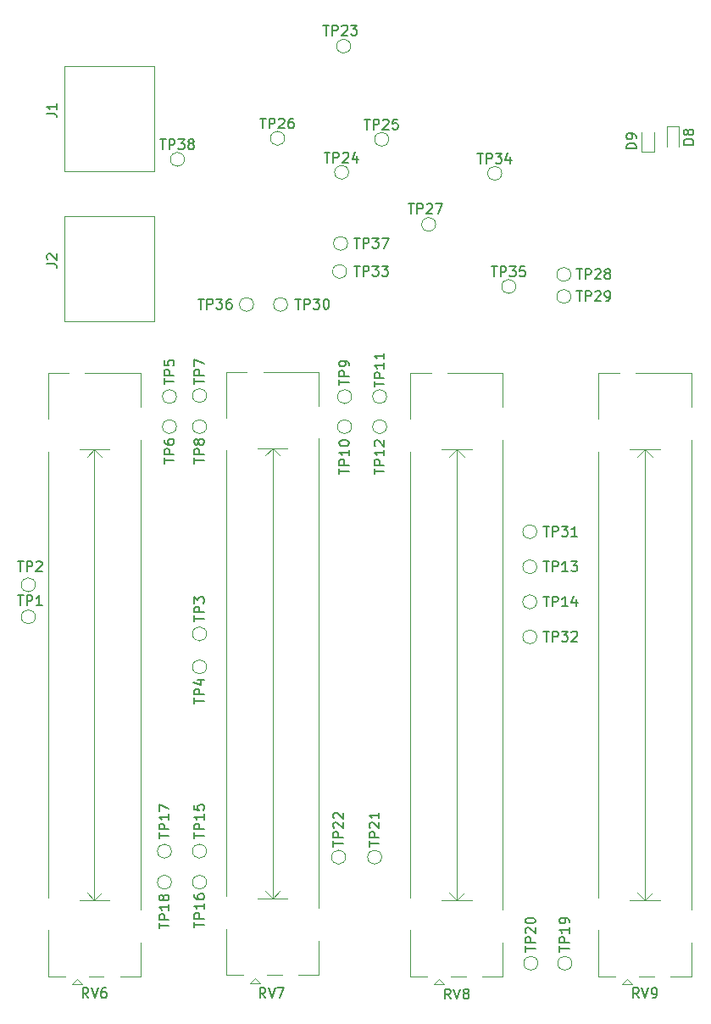
<source format=gbr>
%TF.GenerationSoftware,KiCad,Pcbnew,7.0.9*%
%TF.CreationDate,2024-11-09T18:37:16+13:00*%
%TF.ProjectId,ADSR Envelope,41445352-2045-46e7-9665-6c6f70652e6b,rev?*%
%TF.SameCoordinates,Original*%
%TF.FileFunction,Legend,Top*%
%TF.FilePolarity,Positive*%
%FSLAX46Y46*%
G04 Gerber Fmt 4.6, Leading zero omitted, Abs format (unit mm)*
G04 Created by KiCad (PCBNEW 7.0.9) date 2024-11-09 18:37:16*
%MOMM*%
%LPD*%
G01*
G04 APERTURE LIST*
%ADD10C,0.150000*%
%ADD11C,0.120000*%
%ADD12C,0.100000*%
G04 APERTURE END LIST*
D10*
X142961905Y-70954819D02*
X143533333Y-70954819D01*
X143247619Y-71954819D02*
X143247619Y-70954819D01*
X143866667Y-71954819D02*
X143866667Y-70954819D01*
X143866667Y-70954819D02*
X144247619Y-70954819D01*
X144247619Y-70954819D02*
X144342857Y-71002438D01*
X144342857Y-71002438D02*
X144390476Y-71050057D01*
X144390476Y-71050057D02*
X144438095Y-71145295D01*
X144438095Y-71145295D02*
X144438095Y-71288152D01*
X144438095Y-71288152D02*
X144390476Y-71383390D01*
X144390476Y-71383390D02*
X144342857Y-71431009D01*
X144342857Y-71431009D02*
X144247619Y-71478628D01*
X144247619Y-71478628D02*
X143866667Y-71478628D01*
X144771429Y-70954819D02*
X145390476Y-70954819D01*
X145390476Y-70954819D02*
X145057143Y-71335771D01*
X145057143Y-71335771D02*
X145200000Y-71335771D01*
X145200000Y-71335771D02*
X145295238Y-71383390D01*
X145295238Y-71383390D02*
X145342857Y-71431009D01*
X145342857Y-71431009D02*
X145390476Y-71526247D01*
X145390476Y-71526247D02*
X145390476Y-71764342D01*
X145390476Y-71764342D02*
X145342857Y-71859580D01*
X145342857Y-71859580D02*
X145295238Y-71907200D01*
X145295238Y-71907200D02*
X145200000Y-71954819D01*
X145200000Y-71954819D02*
X144914286Y-71954819D01*
X144914286Y-71954819D02*
X144819048Y-71907200D01*
X144819048Y-71907200D02*
X144771429Y-71859580D01*
X145723810Y-70954819D02*
X146342857Y-70954819D01*
X146342857Y-70954819D02*
X146009524Y-71335771D01*
X146009524Y-71335771D02*
X146152381Y-71335771D01*
X146152381Y-71335771D02*
X146247619Y-71383390D01*
X146247619Y-71383390D02*
X146295238Y-71431009D01*
X146295238Y-71431009D02*
X146342857Y-71526247D01*
X146342857Y-71526247D02*
X146342857Y-71764342D01*
X146342857Y-71764342D02*
X146295238Y-71859580D01*
X146295238Y-71859580D02*
X146247619Y-71907200D01*
X146247619Y-71907200D02*
X146152381Y-71954819D01*
X146152381Y-71954819D02*
X145866667Y-71954819D01*
X145866667Y-71954819D02*
X145771429Y-71907200D01*
X145771429Y-71907200D02*
X145723810Y-71859580D01*
X127361905Y-74254819D02*
X127933333Y-74254819D01*
X127647619Y-75254819D02*
X127647619Y-74254819D01*
X128266667Y-75254819D02*
X128266667Y-74254819D01*
X128266667Y-74254819D02*
X128647619Y-74254819D01*
X128647619Y-74254819D02*
X128742857Y-74302438D01*
X128742857Y-74302438D02*
X128790476Y-74350057D01*
X128790476Y-74350057D02*
X128838095Y-74445295D01*
X128838095Y-74445295D02*
X128838095Y-74588152D01*
X128838095Y-74588152D02*
X128790476Y-74683390D01*
X128790476Y-74683390D02*
X128742857Y-74731009D01*
X128742857Y-74731009D02*
X128647619Y-74778628D01*
X128647619Y-74778628D02*
X128266667Y-74778628D01*
X129171429Y-74254819D02*
X129790476Y-74254819D01*
X129790476Y-74254819D02*
X129457143Y-74635771D01*
X129457143Y-74635771D02*
X129600000Y-74635771D01*
X129600000Y-74635771D02*
X129695238Y-74683390D01*
X129695238Y-74683390D02*
X129742857Y-74731009D01*
X129742857Y-74731009D02*
X129790476Y-74826247D01*
X129790476Y-74826247D02*
X129790476Y-75064342D01*
X129790476Y-75064342D02*
X129742857Y-75159580D01*
X129742857Y-75159580D02*
X129695238Y-75207200D01*
X129695238Y-75207200D02*
X129600000Y-75254819D01*
X129600000Y-75254819D02*
X129314286Y-75254819D01*
X129314286Y-75254819D02*
X129219048Y-75207200D01*
X129219048Y-75207200D02*
X129171429Y-75159580D01*
X130647619Y-74254819D02*
X130457143Y-74254819D01*
X130457143Y-74254819D02*
X130361905Y-74302438D01*
X130361905Y-74302438D02*
X130314286Y-74350057D01*
X130314286Y-74350057D02*
X130219048Y-74492914D01*
X130219048Y-74492914D02*
X130171429Y-74683390D01*
X130171429Y-74683390D02*
X130171429Y-75064342D01*
X130171429Y-75064342D02*
X130219048Y-75159580D01*
X130219048Y-75159580D02*
X130266667Y-75207200D01*
X130266667Y-75207200D02*
X130361905Y-75254819D01*
X130361905Y-75254819D02*
X130552381Y-75254819D01*
X130552381Y-75254819D02*
X130647619Y-75207200D01*
X130647619Y-75207200D02*
X130695238Y-75159580D01*
X130695238Y-75159580D02*
X130742857Y-75064342D01*
X130742857Y-75064342D02*
X130742857Y-74826247D01*
X130742857Y-74826247D02*
X130695238Y-74731009D01*
X130695238Y-74731009D02*
X130647619Y-74683390D01*
X130647619Y-74683390D02*
X130552381Y-74635771D01*
X130552381Y-74635771D02*
X130361905Y-74635771D01*
X130361905Y-74635771D02*
X130266667Y-74683390D01*
X130266667Y-74683390D02*
X130219048Y-74731009D01*
X130219048Y-74731009D02*
X130171429Y-74826247D01*
X165161905Y-73454819D02*
X165733333Y-73454819D01*
X165447619Y-74454819D02*
X165447619Y-73454819D01*
X166066667Y-74454819D02*
X166066667Y-73454819D01*
X166066667Y-73454819D02*
X166447619Y-73454819D01*
X166447619Y-73454819D02*
X166542857Y-73502438D01*
X166542857Y-73502438D02*
X166590476Y-73550057D01*
X166590476Y-73550057D02*
X166638095Y-73645295D01*
X166638095Y-73645295D02*
X166638095Y-73788152D01*
X166638095Y-73788152D02*
X166590476Y-73883390D01*
X166590476Y-73883390D02*
X166542857Y-73931009D01*
X166542857Y-73931009D02*
X166447619Y-73978628D01*
X166447619Y-73978628D02*
X166066667Y-73978628D01*
X167019048Y-73550057D02*
X167066667Y-73502438D01*
X167066667Y-73502438D02*
X167161905Y-73454819D01*
X167161905Y-73454819D02*
X167400000Y-73454819D01*
X167400000Y-73454819D02*
X167495238Y-73502438D01*
X167495238Y-73502438D02*
X167542857Y-73550057D01*
X167542857Y-73550057D02*
X167590476Y-73645295D01*
X167590476Y-73645295D02*
X167590476Y-73740533D01*
X167590476Y-73740533D02*
X167542857Y-73883390D01*
X167542857Y-73883390D02*
X166971429Y-74454819D01*
X166971429Y-74454819D02*
X167590476Y-74454819D01*
X168066667Y-74454819D02*
X168257143Y-74454819D01*
X168257143Y-74454819D02*
X168352381Y-74407200D01*
X168352381Y-74407200D02*
X168400000Y-74359580D01*
X168400000Y-74359580D02*
X168495238Y-74216723D01*
X168495238Y-74216723D02*
X168542857Y-74026247D01*
X168542857Y-74026247D02*
X168542857Y-73645295D01*
X168542857Y-73645295D02*
X168495238Y-73550057D01*
X168495238Y-73550057D02*
X168447619Y-73502438D01*
X168447619Y-73502438D02*
X168352381Y-73454819D01*
X168352381Y-73454819D02*
X168161905Y-73454819D01*
X168161905Y-73454819D02*
X168066667Y-73502438D01*
X168066667Y-73502438D02*
X168019048Y-73550057D01*
X168019048Y-73550057D02*
X167971429Y-73645295D01*
X167971429Y-73645295D02*
X167971429Y-73883390D01*
X167971429Y-73883390D02*
X168019048Y-73978628D01*
X168019048Y-73978628D02*
X168066667Y-74026247D01*
X168066667Y-74026247D02*
X168161905Y-74073866D01*
X168161905Y-74073866D02*
X168352381Y-74073866D01*
X168352381Y-74073866D02*
X168447619Y-74026247D01*
X168447619Y-74026247D02*
X168495238Y-73978628D01*
X168495238Y-73978628D02*
X168542857Y-73883390D01*
X171404761Y-144054819D02*
X171071428Y-143578628D01*
X170833333Y-144054819D02*
X170833333Y-143054819D01*
X170833333Y-143054819D02*
X171214285Y-143054819D01*
X171214285Y-143054819D02*
X171309523Y-143102438D01*
X171309523Y-143102438D02*
X171357142Y-143150057D01*
X171357142Y-143150057D02*
X171404761Y-143245295D01*
X171404761Y-143245295D02*
X171404761Y-143388152D01*
X171404761Y-143388152D02*
X171357142Y-143483390D01*
X171357142Y-143483390D02*
X171309523Y-143531009D01*
X171309523Y-143531009D02*
X171214285Y-143578628D01*
X171214285Y-143578628D02*
X170833333Y-143578628D01*
X171690476Y-143054819D02*
X172023809Y-144054819D01*
X172023809Y-144054819D02*
X172357142Y-143054819D01*
X172738095Y-144054819D02*
X172928571Y-144054819D01*
X172928571Y-144054819D02*
X173023809Y-144007200D01*
X173023809Y-144007200D02*
X173071428Y-143959580D01*
X173071428Y-143959580D02*
X173166666Y-143816723D01*
X173166666Y-143816723D02*
X173214285Y-143626247D01*
X173214285Y-143626247D02*
X173214285Y-143245295D01*
X173214285Y-143245295D02*
X173166666Y-143150057D01*
X173166666Y-143150057D02*
X173119047Y-143102438D01*
X173119047Y-143102438D02*
X173023809Y-143054819D01*
X173023809Y-143054819D02*
X172833333Y-143054819D01*
X172833333Y-143054819D02*
X172738095Y-143102438D01*
X172738095Y-143102438D02*
X172690476Y-143150057D01*
X172690476Y-143150057D02*
X172642857Y-143245295D01*
X172642857Y-143245295D02*
X172642857Y-143483390D01*
X172642857Y-143483390D02*
X172690476Y-143578628D01*
X172690476Y-143578628D02*
X172738095Y-143626247D01*
X172738095Y-143626247D02*
X172833333Y-143673866D01*
X172833333Y-143673866D02*
X173023809Y-143673866D01*
X173023809Y-143673866D02*
X173119047Y-143626247D01*
X173119047Y-143626247D02*
X173166666Y-143578628D01*
X173166666Y-143578628D02*
X173214285Y-143483390D01*
X163454819Y-139438094D02*
X163454819Y-138866666D01*
X164454819Y-139152380D02*
X163454819Y-139152380D01*
X164454819Y-138533332D02*
X163454819Y-138533332D01*
X163454819Y-138533332D02*
X163454819Y-138152380D01*
X163454819Y-138152380D02*
X163502438Y-138057142D01*
X163502438Y-138057142D02*
X163550057Y-138009523D01*
X163550057Y-138009523D02*
X163645295Y-137961904D01*
X163645295Y-137961904D02*
X163788152Y-137961904D01*
X163788152Y-137961904D02*
X163883390Y-138009523D01*
X163883390Y-138009523D02*
X163931009Y-138057142D01*
X163931009Y-138057142D02*
X163978628Y-138152380D01*
X163978628Y-138152380D02*
X163978628Y-138533332D01*
X164454819Y-137009523D02*
X164454819Y-137580951D01*
X164454819Y-137295237D02*
X163454819Y-137295237D01*
X163454819Y-137295237D02*
X163597676Y-137390475D01*
X163597676Y-137390475D02*
X163692914Y-137485713D01*
X163692914Y-137485713D02*
X163740533Y-137580951D01*
X164454819Y-136533332D02*
X164454819Y-136342856D01*
X164454819Y-136342856D02*
X164407200Y-136247618D01*
X164407200Y-136247618D02*
X164359580Y-136199999D01*
X164359580Y-136199999D02*
X164216723Y-136104761D01*
X164216723Y-136104761D02*
X164026247Y-136057142D01*
X164026247Y-136057142D02*
X163645295Y-136057142D01*
X163645295Y-136057142D02*
X163550057Y-136104761D01*
X163550057Y-136104761D02*
X163502438Y-136152380D01*
X163502438Y-136152380D02*
X163454819Y-136247618D01*
X163454819Y-136247618D02*
X163454819Y-136438094D01*
X163454819Y-136438094D02*
X163502438Y-136533332D01*
X163502438Y-136533332D02*
X163550057Y-136580951D01*
X163550057Y-136580951D02*
X163645295Y-136628570D01*
X163645295Y-136628570D02*
X163883390Y-136628570D01*
X163883390Y-136628570D02*
X163978628Y-136580951D01*
X163978628Y-136580951D02*
X164026247Y-136533332D01*
X164026247Y-136533332D02*
X164073866Y-136438094D01*
X164073866Y-136438094D02*
X164073866Y-136247618D01*
X164073866Y-136247618D02*
X164026247Y-136152380D01*
X164026247Y-136152380D02*
X163978628Y-136104761D01*
X163978628Y-136104761D02*
X163883390Y-136057142D01*
X161861905Y-103954819D02*
X162433333Y-103954819D01*
X162147619Y-104954819D02*
X162147619Y-103954819D01*
X162766667Y-104954819D02*
X162766667Y-103954819D01*
X162766667Y-103954819D02*
X163147619Y-103954819D01*
X163147619Y-103954819D02*
X163242857Y-104002438D01*
X163242857Y-104002438D02*
X163290476Y-104050057D01*
X163290476Y-104050057D02*
X163338095Y-104145295D01*
X163338095Y-104145295D02*
X163338095Y-104288152D01*
X163338095Y-104288152D02*
X163290476Y-104383390D01*
X163290476Y-104383390D02*
X163242857Y-104431009D01*
X163242857Y-104431009D02*
X163147619Y-104478628D01*
X163147619Y-104478628D02*
X162766667Y-104478628D01*
X164290476Y-104954819D02*
X163719048Y-104954819D01*
X164004762Y-104954819D02*
X164004762Y-103954819D01*
X164004762Y-103954819D02*
X163909524Y-104097676D01*
X163909524Y-104097676D02*
X163814286Y-104192914D01*
X163814286Y-104192914D02*
X163719048Y-104240533D01*
X165147619Y-104288152D02*
X165147619Y-104954819D01*
X164909524Y-103907200D02*
X164671429Y-104621485D01*
X164671429Y-104621485D02*
X165290476Y-104621485D01*
X133561905Y-56206819D02*
X134133333Y-56206819D01*
X133847619Y-57206819D02*
X133847619Y-56206819D01*
X134466667Y-57206819D02*
X134466667Y-56206819D01*
X134466667Y-56206819D02*
X134847619Y-56206819D01*
X134847619Y-56206819D02*
X134942857Y-56254438D01*
X134942857Y-56254438D02*
X134990476Y-56302057D01*
X134990476Y-56302057D02*
X135038095Y-56397295D01*
X135038095Y-56397295D02*
X135038095Y-56540152D01*
X135038095Y-56540152D02*
X134990476Y-56635390D01*
X134990476Y-56635390D02*
X134942857Y-56683009D01*
X134942857Y-56683009D02*
X134847619Y-56730628D01*
X134847619Y-56730628D02*
X134466667Y-56730628D01*
X135419048Y-56302057D02*
X135466667Y-56254438D01*
X135466667Y-56254438D02*
X135561905Y-56206819D01*
X135561905Y-56206819D02*
X135800000Y-56206819D01*
X135800000Y-56206819D02*
X135895238Y-56254438D01*
X135895238Y-56254438D02*
X135942857Y-56302057D01*
X135942857Y-56302057D02*
X135990476Y-56397295D01*
X135990476Y-56397295D02*
X135990476Y-56492533D01*
X135990476Y-56492533D02*
X135942857Y-56635390D01*
X135942857Y-56635390D02*
X135371429Y-57206819D01*
X135371429Y-57206819D02*
X135990476Y-57206819D01*
X136847619Y-56206819D02*
X136657143Y-56206819D01*
X136657143Y-56206819D02*
X136561905Y-56254438D01*
X136561905Y-56254438D02*
X136514286Y-56302057D01*
X136514286Y-56302057D02*
X136419048Y-56444914D01*
X136419048Y-56444914D02*
X136371429Y-56635390D01*
X136371429Y-56635390D02*
X136371429Y-57016342D01*
X136371429Y-57016342D02*
X136419048Y-57111580D01*
X136419048Y-57111580D02*
X136466667Y-57159200D01*
X136466667Y-57159200D02*
X136561905Y-57206819D01*
X136561905Y-57206819D02*
X136752381Y-57206819D01*
X136752381Y-57206819D02*
X136847619Y-57159200D01*
X136847619Y-57159200D02*
X136895238Y-57111580D01*
X136895238Y-57111580D02*
X136942857Y-57016342D01*
X136942857Y-57016342D02*
X136942857Y-56778247D01*
X136942857Y-56778247D02*
X136895238Y-56683009D01*
X136895238Y-56683009D02*
X136847619Y-56635390D01*
X136847619Y-56635390D02*
X136752381Y-56587771D01*
X136752381Y-56587771D02*
X136561905Y-56587771D01*
X136561905Y-56587771D02*
X136466667Y-56635390D01*
X136466667Y-56635390D02*
X136419048Y-56683009D01*
X136419048Y-56683009D02*
X136371429Y-56778247D01*
X137061905Y-74254819D02*
X137633333Y-74254819D01*
X137347619Y-75254819D02*
X137347619Y-74254819D01*
X137966667Y-75254819D02*
X137966667Y-74254819D01*
X137966667Y-74254819D02*
X138347619Y-74254819D01*
X138347619Y-74254819D02*
X138442857Y-74302438D01*
X138442857Y-74302438D02*
X138490476Y-74350057D01*
X138490476Y-74350057D02*
X138538095Y-74445295D01*
X138538095Y-74445295D02*
X138538095Y-74588152D01*
X138538095Y-74588152D02*
X138490476Y-74683390D01*
X138490476Y-74683390D02*
X138442857Y-74731009D01*
X138442857Y-74731009D02*
X138347619Y-74778628D01*
X138347619Y-74778628D02*
X137966667Y-74778628D01*
X138871429Y-74254819D02*
X139490476Y-74254819D01*
X139490476Y-74254819D02*
X139157143Y-74635771D01*
X139157143Y-74635771D02*
X139300000Y-74635771D01*
X139300000Y-74635771D02*
X139395238Y-74683390D01*
X139395238Y-74683390D02*
X139442857Y-74731009D01*
X139442857Y-74731009D02*
X139490476Y-74826247D01*
X139490476Y-74826247D02*
X139490476Y-75064342D01*
X139490476Y-75064342D02*
X139442857Y-75159580D01*
X139442857Y-75159580D02*
X139395238Y-75207200D01*
X139395238Y-75207200D02*
X139300000Y-75254819D01*
X139300000Y-75254819D02*
X139014286Y-75254819D01*
X139014286Y-75254819D02*
X138919048Y-75207200D01*
X138919048Y-75207200D02*
X138871429Y-75159580D01*
X140109524Y-74254819D02*
X140204762Y-74254819D01*
X140204762Y-74254819D02*
X140300000Y-74302438D01*
X140300000Y-74302438D02*
X140347619Y-74350057D01*
X140347619Y-74350057D02*
X140395238Y-74445295D01*
X140395238Y-74445295D02*
X140442857Y-74635771D01*
X140442857Y-74635771D02*
X140442857Y-74873866D01*
X140442857Y-74873866D02*
X140395238Y-75064342D01*
X140395238Y-75064342D02*
X140347619Y-75159580D01*
X140347619Y-75159580D02*
X140300000Y-75207200D01*
X140300000Y-75207200D02*
X140204762Y-75254819D01*
X140204762Y-75254819D02*
X140109524Y-75254819D01*
X140109524Y-75254819D02*
X140014286Y-75207200D01*
X140014286Y-75207200D02*
X139966667Y-75159580D01*
X139966667Y-75159580D02*
X139919048Y-75064342D01*
X139919048Y-75064342D02*
X139871429Y-74873866D01*
X139871429Y-74873866D02*
X139871429Y-74635771D01*
X139871429Y-74635771D02*
X139919048Y-74445295D01*
X139919048Y-74445295D02*
X139966667Y-74350057D01*
X139966667Y-74350057D02*
X140014286Y-74302438D01*
X140014286Y-74302438D02*
X140109524Y-74254819D01*
X161861905Y-107454819D02*
X162433333Y-107454819D01*
X162147619Y-108454819D02*
X162147619Y-107454819D01*
X162766667Y-108454819D02*
X162766667Y-107454819D01*
X162766667Y-107454819D02*
X163147619Y-107454819D01*
X163147619Y-107454819D02*
X163242857Y-107502438D01*
X163242857Y-107502438D02*
X163290476Y-107550057D01*
X163290476Y-107550057D02*
X163338095Y-107645295D01*
X163338095Y-107645295D02*
X163338095Y-107788152D01*
X163338095Y-107788152D02*
X163290476Y-107883390D01*
X163290476Y-107883390D02*
X163242857Y-107931009D01*
X163242857Y-107931009D02*
X163147619Y-107978628D01*
X163147619Y-107978628D02*
X162766667Y-107978628D01*
X163671429Y-107454819D02*
X164290476Y-107454819D01*
X164290476Y-107454819D02*
X163957143Y-107835771D01*
X163957143Y-107835771D02*
X164100000Y-107835771D01*
X164100000Y-107835771D02*
X164195238Y-107883390D01*
X164195238Y-107883390D02*
X164242857Y-107931009D01*
X164242857Y-107931009D02*
X164290476Y-108026247D01*
X164290476Y-108026247D02*
X164290476Y-108264342D01*
X164290476Y-108264342D02*
X164242857Y-108359580D01*
X164242857Y-108359580D02*
X164195238Y-108407200D01*
X164195238Y-108407200D02*
X164100000Y-108454819D01*
X164100000Y-108454819D02*
X163814286Y-108454819D01*
X163814286Y-108454819D02*
X163719048Y-108407200D01*
X163719048Y-108407200D02*
X163671429Y-108359580D01*
X164671429Y-107550057D02*
X164719048Y-107502438D01*
X164719048Y-107502438D02*
X164814286Y-107454819D01*
X164814286Y-107454819D02*
X165052381Y-107454819D01*
X165052381Y-107454819D02*
X165147619Y-107502438D01*
X165147619Y-107502438D02*
X165195238Y-107550057D01*
X165195238Y-107550057D02*
X165242857Y-107645295D01*
X165242857Y-107645295D02*
X165242857Y-107740533D01*
X165242857Y-107740533D02*
X165195238Y-107883390D01*
X165195238Y-107883390D02*
X164623810Y-108454819D01*
X164623810Y-108454819D02*
X165242857Y-108454819D01*
X144954819Y-83038094D02*
X144954819Y-82466666D01*
X145954819Y-82752380D02*
X144954819Y-82752380D01*
X145954819Y-82133332D02*
X144954819Y-82133332D01*
X144954819Y-82133332D02*
X144954819Y-81752380D01*
X144954819Y-81752380D02*
X145002438Y-81657142D01*
X145002438Y-81657142D02*
X145050057Y-81609523D01*
X145050057Y-81609523D02*
X145145295Y-81561904D01*
X145145295Y-81561904D02*
X145288152Y-81561904D01*
X145288152Y-81561904D02*
X145383390Y-81609523D01*
X145383390Y-81609523D02*
X145431009Y-81657142D01*
X145431009Y-81657142D02*
X145478628Y-81752380D01*
X145478628Y-81752380D02*
X145478628Y-82133332D01*
X145954819Y-80609523D02*
X145954819Y-81180951D01*
X145954819Y-80895237D02*
X144954819Y-80895237D01*
X144954819Y-80895237D02*
X145097676Y-80990475D01*
X145097676Y-80990475D02*
X145192914Y-81085713D01*
X145192914Y-81085713D02*
X145240533Y-81180951D01*
X145954819Y-79657142D02*
X145954819Y-80228570D01*
X145954819Y-79942856D02*
X144954819Y-79942856D01*
X144954819Y-79942856D02*
X145097676Y-80038094D01*
X145097676Y-80038094D02*
X145192914Y-80133332D01*
X145192914Y-80133332D02*
X145240533Y-80228570D01*
X176854819Y-58838094D02*
X175854819Y-58838094D01*
X175854819Y-58838094D02*
X175854819Y-58599999D01*
X175854819Y-58599999D02*
X175902438Y-58457142D01*
X175902438Y-58457142D02*
X175997676Y-58361904D01*
X175997676Y-58361904D02*
X176092914Y-58314285D01*
X176092914Y-58314285D02*
X176283390Y-58266666D01*
X176283390Y-58266666D02*
X176426247Y-58266666D01*
X176426247Y-58266666D02*
X176616723Y-58314285D01*
X176616723Y-58314285D02*
X176711961Y-58361904D01*
X176711961Y-58361904D02*
X176807200Y-58457142D01*
X176807200Y-58457142D02*
X176854819Y-58599999D01*
X176854819Y-58599999D02*
X176854819Y-58838094D01*
X176283390Y-57695237D02*
X176235771Y-57790475D01*
X176235771Y-57790475D02*
X176188152Y-57838094D01*
X176188152Y-57838094D02*
X176092914Y-57885713D01*
X176092914Y-57885713D02*
X176045295Y-57885713D01*
X176045295Y-57885713D02*
X175950057Y-57838094D01*
X175950057Y-57838094D02*
X175902438Y-57790475D01*
X175902438Y-57790475D02*
X175854819Y-57695237D01*
X175854819Y-57695237D02*
X175854819Y-57504761D01*
X175854819Y-57504761D02*
X175902438Y-57409523D01*
X175902438Y-57409523D02*
X175950057Y-57361904D01*
X175950057Y-57361904D02*
X176045295Y-57314285D01*
X176045295Y-57314285D02*
X176092914Y-57314285D01*
X176092914Y-57314285D02*
X176188152Y-57361904D01*
X176188152Y-57361904D02*
X176235771Y-57409523D01*
X176235771Y-57409523D02*
X176283390Y-57504761D01*
X176283390Y-57504761D02*
X176283390Y-57695237D01*
X176283390Y-57695237D02*
X176331009Y-57790475D01*
X176331009Y-57790475D02*
X176378628Y-57838094D01*
X176378628Y-57838094D02*
X176473866Y-57885713D01*
X176473866Y-57885713D02*
X176664342Y-57885713D01*
X176664342Y-57885713D02*
X176759580Y-57838094D01*
X176759580Y-57838094D02*
X176807200Y-57790475D01*
X176807200Y-57790475D02*
X176854819Y-57695237D01*
X176854819Y-57695237D02*
X176854819Y-57504761D01*
X176854819Y-57504761D02*
X176807200Y-57409523D01*
X176807200Y-57409523D02*
X176759580Y-57361904D01*
X176759580Y-57361904D02*
X176664342Y-57314285D01*
X176664342Y-57314285D02*
X176473866Y-57314285D01*
X176473866Y-57314285D02*
X176378628Y-57361904D01*
X176378628Y-57361904D02*
X176331009Y-57409523D01*
X176331009Y-57409523D02*
X176283390Y-57504761D01*
X160054819Y-139438094D02*
X160054819Y-138866666D01*
X161054819Y-139152380D02*
X160054819Y-139152380D01*
X161054819Y-138533332D02*
X160054819Y-138533332D01*
X160054819Y-138533332D02*
X160054819Y-138152380D01*
X160054819Y-138152380D02*
X160102438Y-138057142D01*
X160102438Y-138057142D02*
X160150057Y-138009523D01*
X160150057Y-138009523D02*
X160245295Y-137961904D01*
X160245295Y-137961904D02*
X160388152Y-137961904D01*
X160388152Y-137961904D02*
X160483390Y-138009523D01*
X160483390Y-138009523D02*
X160531009Y-138057142D01*
X160531009Y-138057142D02*
X160578628Y-138152380D01*
X160578628Y-138152380D02*
X160578628Y-138533332D01*
X160150057Y-137580951D02*
X160102438Y-137533332D01*
X160102438Y-137533332D02*
X160054819Y-137438094D01*
X160054819Y-137438094D02*
X160054819Y-137199999D01*
X160054819Y-137199999D02*
X160102438Y-137104761D01*
X160102438Y-137104761D02*
X160150057Y-137057142D01*
X160150057Y-137057142D02*
X160245295Y-137009523D01*
X160245295Y-137009523D02*
X160340533Y-137009523D01*
X160340533Y-137009523D02*
X160483390Y-137057142D01*
X160483390Y-137057142D02*
X161054819Y-137628570D01*
X161054819Y-137628570D02*
X161054819Y-137009523D01*
X160054819Y-136390475D02*
X160054819Y-136295237D01*
X160054819Y-136295237D02*
X160102438Y-136199999D01*
X160102438Y-136199999D02*
X160150057Y-136152380D01*
X160150057Y-136152380D02*
X160245295Y-136104761D01*
X160245295Y-136104761D02*
X160435771Y-136057142D01*
X160435771Y-136057142D02*
X160673866Y-136057142D01*
X160673866Y-136057142D02*
X160864342Y-136104761D01*
X160864342Y-136104761D02*
X160959580Y-136152380D01*
X160959580Y-136152380D02*
X161007200Y-136199999D01*
X161007200Y-136199999D02*
X161054819Y-136295237D01*
X161054819Y-136295237D02*
X161054819Y-136390475D01*
X161054819Y-136390475D02*
X161007200Y-136485713D01*
X161007200Y-136485713D02*
X160959580Y-136533332D01*
X160959580Y-136533332D02*
X160864342Y-136580951D01*
X160864342Y-136580951D02*
X160673866Y-136628570D01*
X160673866Y-136628570D02*
X160435771Y-136628570D01*
X160435771Y-136628570D02*
X160245295Y-136580951D01*
X160245295Y-136580951D02*
X160150057Y-136533332D01*
X160150057Y-136533332D02*
X160102438Y-136485713D01*
X160102438Y-136485713D02*
X160054819Y-136390475D01*
X155261905Y-59706819D02*
X155833333Y-59706819D01*
X155547619Y-60706819D02*
X155547619Y-59706819D01*
X156166667Y-60706819D02*
X156166667Y-59706819D01*
X156166667Y-59706819D02*
X156547619Y-59706819D01*
X156547619Y-59706819D02*
X156642857Y-59754438D01*
X156642857Y-59754438D02*
X156690476Y-59802057D01*
X156690476Y-59802057D02*
X156738095Y-59897295D01*
X156738095Y-59897295D02*
X156738095Y-60040152D01*
X156738095Y-60040152D02*
X156690476Y-60135390D01*
X156690476Y-60135390D02*
X156642857Y-60183009D01*
X156642857Y-60183009D02*
X156547619Y-60230628D01*
X156547619Y-60230628D02*
X156166667Y-60230628D01*
X157071429Y-59706819D02*
X157690476Y-59706819D01*
X157690476Y-59706819D02*
X157357143Y-60087771D01*
X157357143Y-60087771D02*
X157500000Y-60087771D01*
X157500000Y-60087771D02*
X157595238Y-60135390D01*
X157595238Y-60135390D02*
X157642857Y-60183009D01*
X157642857Y-60183009D02*
X157690476Y-60278247D01*
X157690476Y-60278247D02*
X157690476Y-60516342D01*
X157690476Y-60516342D02*
X157642857Y-60611580D01*
X157642857Y-60611580D02*
X157595238Y-60659200D01*
X157595238Y-60659200D02*
X157500000Y-60706819D01*
X157500000Y-60706819D02*
X157214286Y-60706819D01*
X157214286Y-60706819D02*
X157119048Y-60659200D01*
X157119048Y-60659200D02*
X157071429Y-60611580D01*
X158547619Y-60040152D02*
X158547619Y-60706819D01*
X158309524Y-59659200D02*
X158071429Y-60373485D01*
X158071429Y-60373485D02*
X158690476Y-60373485D01*
X171154819Y-59238094D02*
X170154819Y-59238094D01*
X170154819Y-59238094D02*
X170154819Y-58999999D01*
X170154819Y-58999999D02*
X170202438Y-58857142D01*
X170202438Y-58857142D02*
X170297676Y-58761904D01*
X170297676Y-58761904D02*
X170392914Y-58714285D01*
X170392914Y-58714285D02*
X170583390Y-58666666D01*
X170583390Y-58666666D02*
X170726247Y-58666666D01*
X170726247Y-58666666D02*
X170916723Y-58714285D01*
X170916723Y-58714285D02*
X171011961Y-58761904D01*
X171011961Y-58761904D02*
X171107200Y-58857142D01*
X171107200Y-58857142D02*
X171154819Y-58999999D01*
X171154819Y-58999999D02*
X171154819Y-59238094D01*
X171154819Y-58190475D02*
X171154819Y-57999999D01*
X171154819Y-57999999D02*
X171107200Y-57904761D01*
X171107200Y-57904761D02*
X171059580Y-57857142D01*
X171059580Y-57857142D02*
X170916723Y-57761904D01*
X170916723Y-57761904D02*
X170726247Y-57714285D01*
X170726247Y-57714285D02*
X170345295Y-57714285D01*
X170345295Y-57714285D02*
X170250057Y-57761904D01*
X170250057Y-57761904D02*
X170202438Y-57809523D01*
X170202438Y-57809523D02*
X170154819Y-57904761D01*
X170154819Y-57904761D02*
X170154819Y-58095237D01*
X170154819Y-58095237D02*
X170202438Y-58190475D01*
X170202438Y-58190475D02*
X170250057Y-58238094D01*
X170250057Y-58238094D02*
X170345295Y-58285713D01*
X170345295Y-58285713D02*
X170583390Y-58285713D01*
X170583390Y-58285713D02*
X170678628Y-58238094D01*
X170678628Y-58238094D02*
X170726247Y-58190475D01*
X170726247Y-58190475D02*
X170773866Y-58095237D01*
X170773866Y-58095237D02*
X170773866Y-57904761D01*
X170773866Y-57904761D02*
X170726247Y-57809523D01*
X170726247Y-57809523D02*
X170678628Y-57761904D01*
X170678628Y-57761904D02*
X170583390Y-57714285D01*
X126954819Y-106461904D02*
X126954819Y-105890476D01*
X127954819Y-106176190D02*
X126954819Y-106176190D01*
X127954819Y-105557142D02*
X126954819Y-105557142D01*
X126954819Y-105557142D02*
X126954819Y-105176190D01*
X126954819Y-105176190D02*
X127002438Y-105080952D01*
X127002438Y-105080952D02*
X127050057Y-105033333D01*
X127050057Y-105033333D02*
X127145295Y-104985714D01*
X127145295Y-104985714D02*
X127288152Y-104985714D01*
X127288152Y-104985714D02*
X127383390Y-105033333D01*
X127383390Y-105033333D02*
X127431009Y-105080952D01*
X127431009Y-105080952D02*
X127478628Y-105176190D01*
X127478628Y-105176190D02*
X127478628Y-105557142D01*
X126954819Y-104652380D02*
X126954819Y-104033333D01*
X126954819Y-104033333D02*
X127335771Y-104366666D01*
X127335771Y-104366666D02*
X127335771Y-104223809D01*
X127335771Y-104223809D02*
X127383390Y-104128571D01*
X127383390Y-104128571D02*
X127431009Y-104080952D01*
X127431009Y-104080952D02*
X127526247Y-104033333D01*
X127526247Y-104033333D02*
X127764342Y-104033333D01*
X127764342Y-104033333D02*
X127859580Y-104080952D01*
X127859580Y-104080952D02*
X127907200Y-104128571D01*
X127907200Y-104128571D02*
X127954819Y-104223809D01*
X127954819Y-104223809D02*
X127954819Y-104509523D01*
X127954819Y-104509523D02*
X127907200Y-104604761D01*
X127907200Y-104604761D02*
X127859580Y-104652380D01*
X140854819Y-128938094D02*
X140854819Y-128366666D01*
X141854819Y-128652380D02*
X140854819Y-128652380D01*
X141854819Y-128033332D02*
X140854819Y-128033332D01*
X140854819Y-128033332D02*
X140854819Y-127652380D01*
X140854819Y-127652380D02*
X140902438Y-127557142D01*
X140902438Y-127557142D02*
X140950057Y-127509523D01*
X140950057Y-127509523D02*
X141045295Y-127461904D01*
X141045295Y-127461904D02*
X141188152Y-127461904D01*
X141188152Y-127461904D02*
X141283390Y-127509523D01*
X141283390Y-127509523D02*
X141331009Y-127557142D01*
X141331009Y-127557142D02*
X141378628Y-127652380D01*
X141378628Y-127652380D02*
X141378628Y-128033332D01*
X140950057Y-127080951D02*
X140902438Y-127033332D01*
X140902438Y-127033332D02*
X140854819Y-126938094D01*
X140854819Y-126938094D02*
X140854819Y-126699999D01*
X140854819Y-126699999D02*
X140902438Y-126604761D01*
X140902438Y-126604761D02*
X140950057Y-126557142D01*
X140950057Y-126557142D02*
X141045295Y-126509523D01*
X141045295Y-126509523D02*
X141140533Y-126509523D01*
X141140533Y-126509523D02*
X141283390Y-126557142D01*
X141283390Y-126557142D02*
X141854819Y-127128570D01*
X141854819Y-127128570D02*
X141854819Y-126509523D01*
X140950057Y-126128570D02*
X140902438Y-126080951D01*
X140902438Y-126080951D02*
X140854819Y-125985713D01*
X140854819Y-125985713D02*
X140854819Y-125747618D01*
X140854819Y-125747618D02*
X140902438Y-125652380D01*
X140902438Y-125652380D02*
X140950057Y-125604761D01*
X140950057Y-125604761D02*
X141045295Y-125557142D01*
X141045295Y-125557142D02*
X141140533Y-125557142D01*
X141140533Y-125557142D02*
X141283390Y-125604761D01*
X141283390Y-125604761D02*
X141854819Y-126176189D01*
X141854819Y-126176189D02*
X141854819Y-125557142D01*
X123454819Y-128138094D02*
X123454819Y-127566666D01*
X124454819Y-127852380D02*
X123454819Y-127852380D01*
X124454819Y-127233332D02*
X123454819Y-127233332D01*
X123454819Y-127233332D02*
X123454819Y-126852380D01*
X123454819Y-126852380D02*
X123502438Y-126757142D01*
X123502438Y-126757142D02*
X123550057Y-126709523D01*
X123550057Y-126709523D02*
X123645295Y-126661904D01*
X123645295Y-126661904D02*
X123788152Y-126661904D01*
X123788152Y-126661904D02*
X123883390Y-126709523D01*
X123883390Y-126709523D02*
X123931009Y-126757142D01*
X123931009Y-126757142D02*
X123978628Y-126852380D01*
X123978628Y-126852380D02*
X123978628Y-127233332D01*
X124454819Y-125709523D02*
X124454819Y-126280951D01*
X124454819Y-125995237D02*
X123454819Y-125995237D01*
X123454819Y-125995237D02*
X123597676Y-126090475D01*
X123597676Y-126090475D02*
X123692914Y-126185713D01*
X123692914Y-126185713D02*
X123740533Y-126280951D01*
X123454819Y-125376189D02*
X123454819Y-124709523D01*
X123454819Y-124709523D02*
X124454819Y-125138094D01*
X112254819Y-70733333D02*
X112969104Y-70733333D01*
X112969104Y-70733333D02*
X113111961Y-70780952D01*
X113111961Y-70780952D02*
X113207200Y-70876190D01*
X113207200Y-70876190D02*
X113254819Y-71019047D01*
X113254819Y-71019047D02*
X113254819Y-71114285D01*
X112350057Y-70304761D02*
X112302438Y-70257142D01*
X112302438Y-70257142D02*
X112254819Y-70161904D01*
X112254819Y-70161904D02*
X112254819Y-69923809D01*
X112254819Y-69923809D02*
X112302438Y-69828571D01*
X112302438Y-69828571D02*
X112350057Y-69780952D01*
X112350057Y-69780952D02*
X112445295Y-69733333D01*
X112445295Y-69733333D02*
X112540533Y-69733333D01*
X112540533Y-69733333D02*
X112683390Y-69780952D01*
X112683390Y-69780952D02*
X113254819Y-70352380D01*
X113254819Y-70352380D02*
X113254819Y-69733333D01*
X116404761Y-144054819D02*
X116071428Y-143578628D01*
X115833333Y-144054819D02*
X115833333Y-143054819D01*
X115833333Y-143054819D02*
X116214285Y-143054819D01*
X116214285Y-143054819D02*
X116309523Y-143102438D01*
X116309523Y-143102438D02*
X116357142Y-143150057D01*
X116357142Y-143150057D02*
X116404761Y-143245295D01*
X116404761Y-143245295D02*
X116404761Y-143388152D01*
X116404761Y-143388152D02*
X116357142Y-143483390D01*
X116357142Y-143483390D02*
X116309523Y-143531009D01*
X116309523Y-143531009D02*
X116214285Y-143578628D01*
X116214285Y-143578628D02*
X115833333Y-143578628D01*
X116690476Y-143054819D02*
X117023809Y-144054819D01*
X117023809Y-144054819D02*
X117357142Y-143054819D01*
X118119047Y-143054819D02*
X117928571Y-143054819D01*
X117928571Y-143054819D02*
X117833333Y-143102438D01*
X117833333Y-143102438D02*
X117785714Y-143150057D01*
X117785714Y-143150057D02*
X117690476Y-143292914D01*
X117690476Y-143292914D02*
X117642857Y-143483390D01*
X117642857Y-143483390D02*
X117642857Y-143864342D01*
X117642857Y-143864342D02*
X117690476Y-143959580D01*
X117690476Y-143959580D02*
X117738095Y-144007200D01*
X117738095Y-144007200D02*
X117833333Y-144054819D01*
X117833333Y-144054819D02*
X118023809Y-144054819D01*
X118023809Y-144054819D02*
X118119047Y-144007200D01*
X118119047Y-144007200D02*
X118166666Y-143959580D01*
X118166666Y-143959580D02*
X118214285Y-143864342D01*
X118214285Y-143864342D02*
X118214285Y-143626247D01*
X118214285Y-143626247D02*
X118166666Y-143531009D01*
X118166666Y-143531009D02*
X118119047Y-143483390D01*
X118119047Y-143483390D02*
X118023809Y-143435771D01*
X118023809Y-143435771D02*
X117833333Y-143435771D01*
X117833333Y-143435771D02*
X117738095Y-143483390D01*
X117738095Y-143483390D02*
X117690476Y-143531009D01*
X117690476Y-143531009D02*
X117642857Y-143626247D01*
X123954819Y-82761904D02*
X123954819Y-82190476D01*
X124954819Y-82476190D02*
X123954819Y-82476190D01*
X124954819Y-81857142D02*
X123954819Y-81857142D01*
X123954819Y-81857142D02*
X123954819Y-81476190D01*
X123954819Y-81476190D02*
X124002438Y-81380952D01*
X124002438Y-81380952D02*
X124050057Y-81333333D01*
X124050057Y-81333333D02*
X124145295Y-81285714D01*
X124145295Y-81285714D02*
X124288152Y-81285714D01*
X124288152Y-81285714D02*
X124383390Y-81333333D01*
X124383390Y-81333333D02*
X124431009Y-81380952D01*
X124431009Y-81380952D02*
X124478628Y-81476190D01*
X124478628Y-81476190D02*
X124478628Y-81857142D01*
X123954819Y-80380952D02*
X123954819Y-80857142D01*
X123954819Y-80857142D02*
X124431009Y-80904761D01*
X124431009Y-80904761D02*
X124383390Y-80857142D01*
X124383390Y-80857142D02*
X124335771Y-80761904D01*
X124335771Y-80761904D02*
X124335771Y-80523809D01*
X124335771Y-80523809D02*
X124383390Y-80428571D01*
X124383390Y-80428571D02*
X124431009Y-80380952D01*
X124431009Y-80380952D02*
X124526247Y-80333333D01*
X124526247Y-80333333D02*
X124764342Y-80333333D01*
X124764342Y-80333333D02*
X124859580Y-80380952D01*
X124859580Y-80380952D02*
X124907200Y-80428571D01*
X124907200Y-80428571D02*
X124954819Y-80523809D01*
X124954819Y-80523809D02*
X124954819Y-80761904D01*
X124954819Y-80761904D02*
X124907200Y-80857142D01*
X124907200Y-80857142D02*
X124859580Y-80904761D01*
X126954819Y-128138094D02*
X126954819Y-127566666D01*
X127954819Y-127852380D02*
X126954819Y-127852380D01*
X127954819Y-127233332D02*
X126954819Y-127233332D01*
X126954819Y-127233332D02*
X126954819Y-126852380D01*
X126954819Y-126852380D02*
X127002438Y-126757142D01*
X127002438Y-126757142D02*
X127050057Y-126709523D01*
X127050057Y-126709523D02*
X127145295Y-126661904D01*
X127145295Y-126661904D02*
X127288152Y-126661904D01*
X127288152Y-126661904D02*
X127383390Y-126709523D01*
X127383390Y-126709523D02*
X127431009Y-126757142D01*
X127431009Y-126757142D02*
X127478628Y-126852380D01*
X127478628Y-126852380D02*
X127478628Y-127233332D01*
X127954819Y-125709523D02*
X127954819Y-126280951D01*
X127954819Y-125995237D02*
X126954819Y-125995237D01*
X126954819Y-125995237D02*
X127097676Y-126090475D01*
X127097676Y-126090475D02*
X127192914Y-126185713D01*
X127192914Y-126185713D02*
X127240533Y-126280951D01*
X126954819Y-124804761D02*
X126954819Y-125280951D01*
X126954819Y-125280951D02*
X127431009Y-125328570D01*
X127431009Y-125328570D02*
X127383390Y-125280951D01*
X127383390Y-125280951D02*
X127335771Y-125185713D01*
X127335771Y-125185713D02*
X127335771Y-124947618D01*
X127335771Y-124947618D02*
X127383390Y-124852380D01*
X127383390Y-124852380D02*
X127431009Y-124804761D01*
X127431009Y-124804761D02*
X127526247Y-124757142D01*
X127526247Y-124757142D02*
X127764342Y-124757142D01*
X127764342Y-124757142D02*
X127859580Y-124804761D01*
X127859580Y-124804761D02*
X127907200Y-124852380D01*
X127907200Y-124852380D02*
X127954819Y-124947618D01*
X127954819Y-124947618D02*
X127954819Y-125185713D01*
X127954819Y-125185713D02*
X127907200Y-125280951D01*
X127907200Y-125280951D02*
X127859580Y-125328570D01*
X109338095Y-100454819D02*
X109909523Y-100454819D01*
X109623809Y-101454819D02*
X109623809Y-100454819D01*
X110242857Y-101454819D02*
X110242857Y-100454819D01*
X110242857Y-100454819D02*
X110623809Y-100454819D01*
X110623809Y-100454819D02*
X110719047Y-100502438D01*
X110719047Y-100502438D02*
X110766666Y-100550057D01*
X110766666Y-100550057D02*
X110814285Y-100645295D01*
X110814285Y-100645295D02*
X110814285Y-100788152D01*
X110814285Y-100788152D02*
X110766666Y-100883390D01*
X110766666Y-100883390D02*
X110719047Y-100931009D01*
X110719047Y-100931009D02*
X110623809Y-100978628D01*
X110623809Y-100978628D02*
X110242857Y-100978628D01*
X111195238Y-100550057D02*
X111242857Y-100502438D01*
X111242857Y-100502438D02*
X111338095Y-100454819D01*
X111338095Y-100454819D02*
X111576190Y-100454819D01*
X111576190Y-100454819D02*
X111671428Y-100502438D01*
X111671428Y-100502438D02*
X111719047Y-100550057D01*
X111719047Y-100550057D02*
X111766666Y-100645295D01*
X111766666Y-100645295D02*
X111766666Y-100740533D01*
X111766666Y-100740533D02*
X111719047Y-100883390D01*
X111719047Y-100883390D02*
X111147619Y-101454819D01*
X111147619Y-101454819D02*
X111766666Y-101454819D01*
X156661905Y-71006819D02*
X157233333Y-71006819D01*
X156947619Y-72006819D02*
X156947619Y-71006819D01*
X157566667Y-72006819D02*
X157566667Y-71006819D01*
X157566667Y-71006819D02*
X157947619Y-71006819D01*
X157947619Y-71006819D02*
X158042857Y-71054438D01*
X158042857Y-71054438D02*
X158090476Y-71102057D01*
X158090476Y-71102057D02*
X158138095Y-71197295D01*
X158138095Y-71197295D02*
X158138095Y-71340152D01*
X158138095Y-71340152D02*
X158090476Y-71435390D01*
X158090476Y-71435390D02*
X158042857Y-71483009D01*
X158042857Y-71483009D02*
X157947619Y-71530628D01*
X157947619Y-71530628D02*
X157566667Y-71530628D01*
X158471429Y-71006819D02*
X159090476Y-71006819D01*
X159090476Y-71006819D02*
X158757143Y-71387771D01*
X158757143Y-71387771D02*
X158900000Y-71387771D01*
X158900000Y-71387771D02*
X158995238Y-71435390D01*
X158995238Y-71435390D02*
X159042857Y-71483009D01*
X159042857Y-71483009D02*
X159090476Y-71578247D01*
X159090476Y-71578247D02*
X159090476Y-71816342D01*
X159090476Y-71816342D02*
X159042857Y-71911580D01*
X159042857Y-71911580D02*
X158995238Y-71959200D01*
X158995238Y-71959200D02*
X158900000Y-72006819D01*
X158900000Y-72006819D02*
X158614286Y-72006819D01*
X158614286Y-72006819D02*
X158519048Y-71959200D01*
X158519048Y-71959200D02*
X158471429Y-71911580D01*
X159995238Y-71006819D02*
X159519048Y-71006819D01*
X159519048Y-71006819D02*
X159471429Y-71483009D01*
X159471429Y-71483009D02*
X159519048Y-71435390D01*
X159519048Y-71435390D02*
X159614286Y-71387771D01*
X159614286Y-71387771D02*
X159852381Y-71387771D01*
X159852381Y-71387771D02*
X159947619Y-71435390D01*
X159947619Y-71435390D02*
X159995238Y-71483009D01*
X159995238Y-71483009D02*
X160042857Y-71578247D01*
X160042857Y-71578247D02*
X160042857Y-71816342D01*
X160042857Y-71816342D02*
X159995238Y-71911580D01*
X159995238Y-71911580D02*
X159947619Y-71959200D01*
X159947619Y-71959200D02*
X159852381Y-72006819D01*
X159852381Y-72006819D02*
X159614286Y-72006819D01*
X159614286Y-72006819D02*
X159519048Y-71959200D01*
X159519048Y-71959200D02*
X159471429Y-71911580D01*
X139861905Y-46906819D02*
X140433333Y-46906819D01*
X140147619Y-47906819D02*
X140147619Y-46906819D01*
X140766667Y-47906819D02*
X140766667Y-46906819D01*
X140766667Y-46906819D02*
X141147619Y-46906819D01*
X141147619Y-46906819D02*
X141242857Y-46954438D01*
X141242857Y-46954438D02*
X141290476Y-47002057D01*
X141290476Y-47002057D02*
X141338095Y-47097295D01*
X141338095Y-47097295D02*
X141338095Y-47240152D01*
X141338095Y-47240152D02*
X141290476Y-47335390D01*
X141290476Y-47335390D02*
X141242857Y-47383009D01*
X141242857Y-47383009D02*
X141147619Y-47430628D01*
X141147619Y-47430628D02*
X140766667Y-47430628D01*
X141719048Y-47002057D02*
X141766667Y-46954438D01*
X141766667Y-46954438D02*
X141861905Y-46906819D01*
X141861905Y-46906819D02*
X142100000Y-46906819D01*
X142100000Y-46906819D02*
X142195238Y-46954438D01*
X142195238Y-46954438D02*
X142242857Y-47002057D01*
X142242857Y-47002057D02*
X142290476Y-47097295D01*
X142290476Y-47097295D02*
X142290476Y-47192533D01*
X142290476Y-47192533D02*
X142242857Y-47335390D01*
X142242857Y-47335390D02*
X141671429Y-47906819D01*
X141671429Y-47906819D02*
X142290476Y-47906819D01*
X142623810Y-46906819D02*
X143242857Y-46906819D01*
X143242857Y-46906819D02*
X142909524Y-47287771D01*
X142909524Y-47287771D02*
X143052381Y-47287771D01*
X143052381Y-47287771D02*
X143147619Y-47335390D01*
X143147619Y-47335390D02*
X143195238Y-47383009D01*
X143195238Y-47383009D02*
X143242857Y-47478247D01*
X143242857Y-47478247D02*
X143242857Y-47716342D01*
X143242857Y-47716342D02*
X143195238Y-47811580D01*
X143195238Y-47811580D02*
X143147619Y-47859200D01*
X143147619Y-47859200D02*
X143052381Y-47906819D01*
X143052381Y-47906819D02*
X142766667Y-47906819D01*
X142766667Y-47906819D02*
X142671429Y-47859200D01*
X142671429Y-47859200D02*
X142623810Y-47811580D01*
X148361905Y-64706819D02*
X148933333Y-64706819D01*
X148647619Y-65706819D02*
X148647619Y-64706819D01*
X149266667Y-65706819D02*
X149266667Y-64706819D01*
X149266667Y-64706819D02*
X149647619Y-64706819D01*
X149647619Y-64706819D02*
X149742857Y-64754438D01*
X149742857Y-64754438D02*
X149790476Y-64802057D01*
X149790476Y-64802057D02*
X149838095Y-64897295D01*
X149838095Y-64897295D02*
X149838095Y-65040152D01*
X149838095Y-65040152D02*
X149790476Y-65135390D01*
X149790476Y-65135390D02*
X149742857Y-65183009D01*
X149742857Y-65183009D02*
X149647619Y-65230628D01*
X149647619Y-65230628D02*
X149266667Y-65230628D01*
X150219048Y-64802057D02*
X150266667Y-64754438D01*
X150266667Y-64754438D02*
X150361905Y-64706819D01*
X150361905Y-64706819D02*
X150600000Y-64706819D01*
X150600000Y-64706819D02*
X150695238Y-64754438D01*
X150695238Y-64754438D02*
X150742857Y-64802057D01*
X150742857Y-64802057D02*
X150790476Y-64897295D01*
X150790476Y-64897295D02*
X150790476Y-64992533D01*
X150790476Y-64992533D02*
X150742857Y-65135390D01*
X150742857Y-65135390D02*
X150171429Y-65706819D01*
X150171429Y-65706819D02*
X150790476Y-65706819D01*
X151123810Y-64706819D02*
X151790476Y-64706819D01*
X151790476Y-64706819D02*
X151361905Y-65706819D01*
X165161905Y-71254819D02*
X165733333Y-71254819D01*
X165447619Y-72254819D02*
X165447619Y-71254819D01*
X166066667Y-72254819D02*
X166066667Y-71254819D01*
X166066667Y-71254819D02*
X166447619Y-71254819D01*
X166447619Y-71254819D02*
X166542857Y-71302438D01*
X166542857Y-71302438D02*
X166590476Y-71350057D01*
X166590476Y-71350057D02*
X166638095Y-71445295D01*
X166638095Y-71445295D02*
X166638095Y-71588152D01*
X166638095Y-71588152D02*
X166590476Y-71683390D01*
X166590476Y-71683390D02*
X166542857Y-71731009D01*
X166542857Y-71731009D02*
X166447619Y-71778628D01*
X166447619Y-71778628D02*
X166066667Y-71778628D01*
X167019048Y-71350057D02*
X167066667Y-71302438D01*
X167066667Y-71302438D02*
X167161905Y-71254819D01*
X167161905Y-71254819D02*
X167400000Y-71254819D01*
X167400000Y-71254819D02*
X167495238Y-71302438D01*
X167495238Y-71302438D02*
X167542857Y-71350057D01*
X167542857Y-71350057D02*
X167590476Y-71445295D01*
X167590476Y-71445295D02*
X167590476Y-71540533D01*
X167590476Y-71540533D02*
X167542857Y-71683390D01*
X167542857Y-71683390D02*
X166971429Y-72254819D01*
X166971429Y-72254819D02*
X167590476Y-72254819D01*
X168161905Y-71683390D02*
X168066667Y-71635771D01*
X168066667Y-71635771D02*
X168019048Y-71588152D01*
X168019048Y-71588152D02*
X167971429Y-71492914D01*
X167971429Y-71492914D02*
X167971429Y-71445295D01*
X167971429Y-71445295D02*
X168019048Y-71350057D01*
X168019048Y-71350057D02*
X168066667Y-71302438D01*
X168066667Y-71302438D02*
X168161905Y-71254819D01*
X168161905Y-71254819D02*
X168352381Y-71254819D01*
X168352381Y-71254819D02*
X168447619Y-71302438D01*
X168447619Y-71302438D02*
X168495238Y-71350057D01*
X168495238Y-71350057D02*
X168542857Y-71445295D01*
X168542857Y-71445295D02*
X168542857Y-71492914D01*
X168542857Y-71492914D02*
X168495238Y-71588152D01*
X168495238Y-71588152D02*
X168447619Y-71635771D01*
X168447619Y-71635771D02*
X168352381Y-71683390D01*
X168352381Y-71683390D02*
X168161905Y-71683390D01*
X168161905Y-71683390D02*
X168066667Y-71731009D01*
X168066667Y-71731009D02*
X168019048Y-71778628D01*
X168019048Y-71778628D02*
X167971429Y-71873866D01*
X167971429Y-71873866D02*
X167971429Y-72064342D01*
X167971429Y-72064342D02*
X168019048Y-72159580D01*
X168019048Y-72159580D02*
X168066667Y-72207200D01*
X168066667Y-72207200D02*
X168161905Y-72254819D01*
X168161905Y-72254819D02*
X168352381Y-72254819D01*
X168352381Y-72254819D02*
X168447619Y-72207200D01*
X168447619Y-72207200D02*
X168495238Y-72159580D01*
X168495238Y-72159580D02*
X168542857Y-72064342D01*
X168542857Y-72064342D02*
X168542857Y-71873866D01*
X168542857Y-71873866D02*
X168495238Y-71778628D01*
X168495238Y-71778628D02*
X168447619Y-71731009D01*
X168447619Y-71731009D02*
X168352381Y-71683390D01*
X141454819Y-82861904D02*
X141454819Y-82290476D01*
X142454819Y-82576190D02*
X141454819Y-82576190D01*
X142454819Y-81957142D02*
X141454819Y-81957142D01*
X141454819Y-81957142D02*
X141454819Y-81576190D01*
X141454819Y-81576190D02*
X141502438Y-81480952D01*
X141502438Y-81480952D02*
X141550057Y-81433333D01*
X141550057Y-81433333D02*
X141645295Y-81385714D01*
X141645295Y-81385714D02*
X141788152Y-81385714D01*
X141788152Y-81385714D02*
X141883390Y-81433333D01*
X141883390Y-81433333D02*
X141931009Y-81480952D01*
X141931009Y-81480952D02*
X141978628Y-81576190D01*
X141978628Y-81576190D02*
X141978628Y-81957142D01*
X142454819Y-80909523D02*
X142454819Y-80719047D01*
X142454819Y-80719047D02*
X142407200Y-80623809D01*
X142407200Y-80623809D02*
X142359580Y-80576190D01*
X142359580Y-80576190D02*
X142216723Y-80480952D01*
X142216723Y-80480952D02*
X142026247Y-80433333D01*
X142026247Y-80433333D02*
X141645295Y-80433333D01*
X141645295Y-80433333D02*
X141550057Y-80480952D01*
X141550057Y-80480952D02*
X141502438Y-80528571D01*
X141502438Y-80528571D02*
X141454819Y-80623809D01*
X141454819Y-80623809D02*
X141454819Y-80814285D01*
X141454819Y-80814285D02*
X141502438Y-80909523D01*
X141502438Y-80909523D02*
X141550057Y-80957142D01*
X141550057Y-80957142D02*
X141645295Y-81004761D01*
X141645295Y-81004761D02*
X141883390Y-81004761D01*
X141883390Y-81004761D02*
X141978628Y-80957142D01*
X141978628Y-80957142D02*
X142026247Y-80909523D01*
X142026247Y-80909523D02*
X142073866Y-80814285D01*
X142073866Y-80814285D02*
X142073866Y-80623809D01*
X142073866Y-80623809D02*
X142026247Y-80528571D01*
X142026247Y-80528571D02*
X141978628Y-80480952D01*
X141978628Y-80480952D02*
X141883390Y-80433333D01*
X134104761Y-144054819D02*
X133771428Y-143578628D01*
X133533333Y-144054819D02*
X133533333Y-143054819D01*
X133533333Y-143054819D02*
X133914285Y-143054819D01*
X133914285Y-143054819D02*
X134009523Y-143102438D01*
X134009523Y-143102438D02*
X134057142Y-143150057D01*
X134057142Y-143150057D02*
X134104761Y-143245295D01*
X134104761Y-143245295D02*
X134104761Y-143388152D01*
X134104761Y-143388152D02*
X134057142Y-143483390D01*
X134057142Y-143483390D02*
X134009523Y-143531009D01*
X134009523Y-143531009D02*
X133914285Y-143578628D01*
X133914285Y-143578628D02*
X133533333Y-143578628D01*
X134390476Y-143054819D02*
X134723809Y-144054819D01*
X134723809Y-144054819D02*
X135057142Y-143054819D01*
X135295238Y-143054819D02*
X135961904Y-143054819D01*
X135961904Y-143054819D02*
X135533333Y-144054819D01*
X143961905Y-56306819D02*
X144533333Y-56306819D01*
X144247619Y-57306819D02*
X144247619Y-56306819D01*
X144866667Y-57306819D02*
X144866667Y-56306819D01*
X144866667Y-56306819D02*
X145247619Y-56306819D01*
X145247619Y-56306819D02*
X145342857Y-56354438D01*
X145342857Y-56354438D02*
X145390476Y-56402057D01*
X145390476Y-56402057D02*
X145438095Y-56497295D01*
X145438095Y-56497295D02*
X145438095Y-56640152D01*
X145438095Y-56640152D02*
X145390476Y-56735390D01*
X145390476Y-56735390D02*
X145342857Y-56783009D01*
X145342857Y-56783009D02*
X145247619Y-56830628D01*
X145247619Y-56830628D02*
X144866667Y-56830628D01*
X145819048Y-56402057D02*
X145866667Y-56354438D01*
X145866667Y-56354438D02*
X145961905Y-56306819D01*
X145961905Y-56306819D02*
X146200000Y-56306819D01*
X146200000Y-56306819D02*
X146295238Y-56354438D01*
X146295238Y-56354438D02*
X146342857Y-56402057D01*
X146342857Y-56402057D02*
X146390476Y-56497295D01*
X146390476Y-56497295D02*
X146390476Y-56592533D01*
X146390476Y-56592533D02*
X146342857Y-56735390D01*
X146342857Y-56735390D02*
X145771429Y-57306819D01*
X145771429Y-57306819D02*
X146390476Y-57306819D01*
X147295238Y-56306819D02*
X146819048Y-56306819D01*
X146819048Y-56306819D02*
X146771429Y-56783009D01*
X146771429Y-56783009D02*
X146819048Y-56735390D01*
X146819048Y-56735390D02*
X146914286Y-56687771D01*
X146914286Y-56687771D02*
X147152381Y-56687771D01*
X147152381Y-56687771D02*
X147247619Y-56735390D01*
X147247619Y-56735390D02*
X147295238Y-56783009D01*
X147295238Y-56783009D02*
X147342857Y-56878247D01*
X147342857Y-56878247D02*
X147342857Y-57116342D01*
X147342857Y-57116342D02*
X147295238Y-57211580D01*
X147295238Y-57211580D02*
X147247619Y-57259200D01*
X147247619Y-57259200D02*
X147152381Y-57306819D01*
X147152381Y-57306819D02*
X146914286Y-57306819D01*
X146914286Y-57306819D02*
X146819048Y-57259200D01*
X146819048Y-57259200D02*
X146771429Y-57211580D01*
X142961905Y-68154819D02*
X143533333Y-68154819D01*
X143247619Y-69154819D02*
X143247619Y-68154819D01*
X143866667Y-69154819D02*
X143866667Y-68154819D01*
X143866667Y-68154819D02*
X144247619Y-68154819D01*
X144247619Y-68154819D02*
X144342857Y-68202438D01*
X144342857Y-68202438D02*
X144390476Y-68250057D01*
X144390476Y-68250057D02*
X144438095Y-68345295D01*
X144438095Y-68345295D02*
X144438095Y-68488152D01*
X144438095Y-68488152D02*
X144390476Y-68583390D01*
X144390476Y-68583390D02*
X144342857Y-68631009D01*
X144342857Y-68631009D02*
X144247619Y-68678628D01*
X144247619Y-68678628D02*
X143866667Y-68678628D01*
X144771429Y-68154819D02*
X145390476Y-68154819D01*
X145390476Y-68154819D02*
X145057143Y-68535771D01*
X145057143Y-68535771D02*
X145200000Y-68535771D01*
X145200000Y-68535771D02*
X145295238Y-68583390D01*
X145295238Y-68583390D02*
X145342857Y-68631009D01*
X145342857Y-68631009D02*
X145390476Y-68726247D01*
X145390476Y-68726247D02*
X145390476Y-68964342D01*
X145390476Y-68964342D02*
X145342857Y-69059580D01*
X145342857Y-69059580D02*
X145295238Y-69107200D01*
X145295238Y-69107200D02*
X145200000Y-69154819D01*
X145200000Y-69154819D02*
X144914286Y-69154819D01*
X144914286Y-69154819D02*
X144819048Y-69107200D01*
X144819048Y-69107200D02*
X144771429Y-69059580D01*
X145723810Y-68154819D02*
X146390476Y-68154819D01*
X146390476Y-68154819D02*
X145961905Y-69154819D01*
X141454819Y-91738094D02*
X141454819Y-91166666D01*
X142454819Y-91452380D02*
X141454819Y-91452380D01*
X142454819Y-90833332D02*
X141454819Y-90833332D01*
X141454819Y-90833332D02*
X141454819Y-90452380D01*
X141454819Y-90452380D02*
X141502438Y-90357142D01*
X141502438Y-90357142D02*
X141550057Y-90309523D01*
X141550057Y-90309523D02*
X141645295Y-90261904D01*
X141645295Y-90261904D02*
X141788152Y-90261904D01*
X141788152Y-90261904D02*
X141883390Y-90309523D01*
X141883390Y-90309523D02*
X141931009Y-90357142D01*
X141931009Y-90357142D02*
X141978628Y-90452380D01*
X141978628Y-90452380D02*
X141978628Y-90833332D01*
X142454819Y-89309523D02*
X142454819Y-89880951D01*
X142454819Y-89595237D02*
X141454819Y-89595237D01*
X141454819Y-89595237D02*
X141597676Y-89690475D01*
X141597676Y-89690475D02*
X141692914Y-89785713D01*
X141692914Y-89785713D02*
X141740533Y-89880951D01*
X141454819Y-88690475D02*
X141454819Y-88595237D01*
X141454819Y-88595237D02*
X141502438Y-88499999D01*
X141502438Y-88499999D02*
X141550057Y-88452380D01*
X141550057Y-88452380D02*
X141645295Y-88404761D01*
X141645295Y-88404761D02*
X141835771Y-88357142D01*
X141835771Y-88357142D02*
X142073866Y-88357142D01*
X142073866Y-88357142D02*
X142264342Y-88404761D01*
X142264342Y-88404761D02*
X142359580Y-88452380D01*
X142359580Y-88452380D02*
X142407200Y-88499999D01*
X142407200Y-88499999D02*
X142454819Y-88595237D01*
X142454819Y-88595237D02*
X142454819Y-88690475D01*
X142454819Y-88690475D02*
X142407200Y-88785713D01*
X142407200Y-88785713D02*
X142359580Y-88833332D01*
X142359580Y-88833332D02*
X142264342Y-88880951D01*
X142264342Y-88880951D02*
X142073866Y-88928570D01*
X142073866Y-88928570D02*
X141835771Y-88928570D01*
X141835771Y-88928570D02*
X141645295Y-88880951D01*
X141645295Y-88880951D02*
X141550057Y-88833332D01*
X141550057Y-88833332D02*
X141502438Y-88785713D01*
X141502438Y-88785713D02*
X141454819Y-88690475D01*
X126954819Y-82761904D02*
X126954819Y-82190476D01*
X127954819Y-82476190D02*
X126954819Y-82476190D01*
X127954819Y-81857142D02*
X126954819Y-81857142D01*
X126954819Y-81857142D02*
X126954819Y-81476190D01*
X126954819Y-81476190D02*
X127002438Y-81380952D01*
X127002438Y-81380952D02*
X127050057Y-81333333D01*
X127050057Y-81333333D02*
X127145295Y-81285714D01*
X127145295Y-81285714D02*
X127288152Y-81285714D01*
X127288152Y-81285714D02*
X127383390Y-81333333D01*
X127383390Y-81333333D02*
X127431009Y-81380952D01*
X127431009Y-81380952D02*
X127478628Y-81476190D01*
X127478628Y-81476190D02*
X127478628Y-81857142D01*
X126954819Y-80952380D02*
X126954819Y-80285714D01*
X126954819Y-80285714D02*
X127954819Y-80714285D01*
X126954819Y-137038094D02*
X126954819Y-136466666D01*
X127954819Y-136752380D02*
X126954819Y-136752380D01*
X127954819Y-136133332D02*
X126954819Y-136133332D01*
X126954819Y-136133332D02*
X126954819Y-135752380D01*
X126954819Y-135752380D02*
X127002438Y-135657142D01*
X127002438Y-135657142D02*
X127050057Y-135609523D01*
X127050057Y-135609523D02*
X127145295Y-135561904D01*
X127145295Y-135561904D02*
X127288152Y-135561904D01*
X127288152Y-135561904D02*
X127383390Y-135609523D01*
X127383390Y-135609523D02*
X127431009Y-135657142D01*
X127431009Y-135657142D02*
X127478628Y-135752380D01*
X127478628Y-135752380D02*
X127478628Y-136133332D01*
X127954819Y-134609523D02*
X127954819Y-135180951D01*
X127954819Y-134895237D02*
X126954819Y-134895237D01*
X126954819Y-134895237D02*
X127097676Y-134990475D01*
X127097676Y-134990475D02*
X127192914Y-135085713D01*
X127192914Y-135085713D02*
X127240533Y-135180951D01*
X126954819Y-133752380D02*
X126954819Y-133942856D01*
X126954819Y-133942856D02*
X127002438Y-134038094D01*
X127002438Y-134038094D02*
X127050057Y-134085713D01*
X127050057Y-134085713D02*
X127192914Y-134180951D01*
X127192914Y-134180951D02*
X127383390Y-134228570D01*
X127383390Y-134228570D02*
X127764342Y-134228570D01*
X127764342Y-134228570D02*
X127859580Y-134180951D01*
X127859580Y-134180951D02*
X127907200Y-134133332D01*
X127907200Y-134133332D02*
X127954819Y-134038094D01*
X127954819Y-134038094D02*
X127954819Y-133847618D01*
X127954819Y-133847618D02*
X127907200Y-133752380D01*
X127907200Y-133752380D02*
X127859580Y-133704761D01*
X127859580Y-133704761D02*
X127764342Y-133657142D01*
X127764342Y-133657142D02*
X127526247Y-133657142D01*
X127526247Y-133657142D02*
X127431009Y-133704761D01*
X127431009Y-133704761D02*
X127383390Y-133752380D01*
X127383390Y-133752380D02*
X127335771Y-133847618D01*
X127335771Y-133847618D02*
X127335771Y-134038094D01*
X127335771Y-134038094D02*
X127383390Y-134133332D01*
X127383390Y-134133332D02*
X127431009Y-134180951D01*
X127431009Y-134180951D02*
X127526247Y-134228570D01*
X144454819Y-128938094D02*
X144454819Y-128366666D01*
X145454819Y-128652380D02*
X144454819Y-128652380D01*
X145454819Y-128033332D02*
X144454819Y-128033332D01*
X144454819Y-128033332D02*
X144454819Y-127652380D01*
X144454819Y-127652380D02*
X144502438Y-127557142D01*
X144502438Y-127557142D02*
X144550057Y-127509523D01*
X144550057Y-127509523D02*
X144645295Y-127461904D01*
X144645295Y-127461904D02*
X144788152Y-127461904D01*
X144788152Y-127461904D02*
X144883390Y-127509523D01*
X144883390Y-127509523D02*
X144931009Y-127557142D01*
X144931009Y-127557142D02*
X144978628Y-127652380D01*
X144978628Y-127652380D02*
X144978628Y-128033332D01*
X144550057Y-127080951D02*
X144502438Y-127033332D01*
X144502438Y-127033332D02*
X144454819Y-126938094D01*
X144454819Y-126938094D02*
X144454819Y-126699999D01*
X144454819Y-126699999D02*
X144502438Y-126604761D01*
X144502438Y-126604761D02*
X144550057Y-126557142D01*
X144550057Y-126557142D02*
X144645295Y-126509523D01*
X144645295Y-126509523D02*
X144740533Y-126509523D01*
X144740533Y-126509523D02*
X144883390Y-126557142D01*
X144883390Y-126557142D02*
X145454819Y-127128570D01*
X145454819Y-127128570D02*
X145454819Y-126509523D01*
X145454819Y-125557142D02*
X145454819Y-126128570D01*
X145454819Y-125842856D02*
X144454819Y-125842856D01*
X144454819Y-125842856D02*
X144597676Y-125938094D01*
X144597676Y-125938094D02*
X144692914Y-126033332D01*
X144692914Y-126033332D02*
X144740533Y-126128570D01*
X139961905Y-59606819D02*
X140533333Y-59606819D01*
X140247619Y-60606819D02*
X140247619Y-59606819D01*
X140866667Y-60606819D02*
X140866667Y-59606819D01*
X140866667Y-59606819D02*
X141247619Y-59606819D01*
X141247619Y-59606819D02*
X141342857Y-59654438D01*
X141342857Y-59654438D02*
X141390476Y-59702057D01*
X141390476Y-59702057D02*
X141438095Y-59797295D01*
X141438095Y-59797295D02*
X141438095Y-59940152D01*
X141438095Y-59940152D02*
X141390476Y-60035390D01*
X141390476Y-60035390D02*
X141342857Y-60083009D01*
X141342857Y-60083009D02*
X141247619Y-60130628D01*
X141247619Y-60130628D02*
X140866667Y-60130628D01*
X141819048Y-59702057D02*
X141866667Y-59654438D01*
X141866667Y-59654438D02*
X141961905Y-59606819D01*
X141961905Y-59606819D02*
X142200000Y-59606819D01*
X142200000Y-59606819D02*
X142295238Y-59654438D01*
X142295238Y-59654438D02*
X142342857Y-59702057D01*
X142342857Y-59702057D02*
X142390476Y-59797295D01*
X142390476Y-59797295D02*
X142390476Y-59892533D01*
X142390476Y-59892533D02*
X142342857Y-60035390D01*
X142342857Y-60035390D02*
X141771429Y-60606819D01*
X141771429Y-60606819D02*
X142390476Y-60606819D01*
X143247619Y-59940152D02*
X143247619Y-60606819D01*
X143009524Y-59559200D02*
X142771429Y-60273485D01*
X142771429Y-60273485D02*
X143390476Y-60273485D01*
X123454819Y-137138094D02*
X123454819Y-136566666D01*
X124454819Y-136852380D02*
X123454819Y-136852380D01*
X124454819Y-136233332D02*
X123454819Y-136233332D01*
X123454819Y-136233332D02*
X123454819Y-135852380D01*
X123454819Y-135852380D02*
X123502438Y-135757142D01*
X123502438Y-135757142D02*
X123550057Y-135709523D01*
X123550057Y-135709523D02*
X123645295Y-135661904D01*
X123645295Y-135661904D02*
X123788152Y-135661904D01*
X123788152Y-135661904D02*
X123883390Y-135709523D01*
X123883390Y-135709523D02*
X123931009Y-135757142D01*
X123931009Y-135757142D02*
X123978628Y-135852380D01*
X123978628Y-135852380D02*
X123978628Y-136233332D01*
X124454819Y-134709523D02*
X124454819Y-135280951D01*
X124454819Y-134995237D02*
X123454819Y-134995237D01*
X123454819Y-134995237D02*
X123597676Y-135090475D01*
X123597676Y-135090475D02*
X123692914Y-135185713D01*
X123692914Y-135185713D02*
X123740533Y-135280951D01*
X123883390Y-134138094D02*
X123835771Y-134233332D01*
X123835771Y-134233332D02*
X123788152Y-134280951D01*
X123788152Y-134280951D02*
X123692914Y-134328570D01*
X123692914Y-134328570D02*
X123645295Y-134328570D01*
X123645295Y-134328570D02*
X123550057Y-134280951D01*
X123550057Y-134280951D02*
X123502438Y-134233332D01*
X123502438Y-134233332D02*
X123454819Y-134138094D01*
X123454819Y-134138094D02*
X123454819Y-133947618D01*
X123454819Y-133947618D02*
X123502438Y-133852380D01*
X123502438Y-133852380D02*
X123550057Y-133804761D01*
X123550057Y-133804761D02*
X123645295Y-133757142D01*
X123645295Y-133757142D02*
X123692914Y-133757142D01*
X123692914Y-133757142D02*
X123788152Y-133804761D01*
X123788152Y-133804761D02*
X123835771Y-133852380D01*
X123835771Y-133852380D02*
X123883390Y-133947618D01*
X123883390Y-133947618D02*
X123883390Y-134138094D01*
X123883390Y-134138094D02*
X123931009Y-134233332D01*
X123931009Y-134233332D02*
X123978628Y-134280951D01*
X123978628Y-134280951D02*
X124073866Y-134328570D01*
X124073866Y-134328570D02*
X124264342Y-134328570D01*
X124264342Y-134328570D02*
X124359580Y-134280951D01*
X124359580Y-134280951D02*
X124407200Y-134233332D01*
X124407200Y-134233332D02*
X124454819Y-134138094D01*
X124454819Y-134138094D02*
X124454819Y-133947618D01*
X124454819Y-133947618D02*
X124407200Y-133852380D01*
X124407200Y-133852380D02*
X124359580Y-133804761D01*
X124359580Y-133804761D02*
X124264342Y-133757142D01*
X124264342Y-133757142D02*
X124073866Y-133757142D01*
X124073866Y-133757142D02*
X123978628Y-133804761D01*
X123978628Y-133804761D02*
X123931009Y-133852380D01*
X123931009Y-133852380D02*
X123883390Y-133947618D01*
X112254819Y-55733333D02*
X112969104Y-55733333D01*
X112969104Y-55733333D02*
X113111961Y-55780952D01*
X113111961Y-55780952D02*
X113207200Y-55876190D01*
X113207200Y-55876190D02*
X113254819Y-56019047D01*
X113254819Y-56019047D02*
X113254819Y-56114285D01*
X113254819Y-54733333D02*
X113254819Y-55304761D01*
X113254819Y-55019047D02*
X112254819Y-55019047D01*
X112254819Y-55019047D02*
X112397676Y-55114285D01*
X112397676Y-55114285D02*
X112492914Y-55209523D01*
X112492914Y-55209523D02*
X112540533Y-55304761D01*
X123561905Y-58306819D02*
X124133333Y-58306819D01*
X123847619Y-59306819D02*
X123847619Y-58306819D01*
X124466667Y-59306819D02*
X124466667Y-58306819D01*
X124466667Y-58306819D02*
X124847619Y-58306819D01*
X124847619Y-58306819D02*
X124942857Y-58354438D01*
X124942857Y-58354438D02*
X124990476Y-58402057D01*
X124990476Y-58402057D02*
X125038095Y-58497295D01*
X125038095Y-58497295D02*
X125038095Y-58640152D01*
X125038095Y-58640152D02*
X124990476Y-58735390D01*
X124990476Y-58735390D02*
X124942857Y-58783009D01*
X124942857Y-58783009D02*
X124847619Y-58830628D01*
X124847619Y-58830628D02*
X124466667Y-58830628D01*
X125371429Y-58306819D02*
X125990476Y-58306819D01*
X125990476Y-58306819D02*
X125657143Y-58687771D01*
X125657143Y-58687771D02*
X125800000Y-58687771D01*
X125800000Y-58687771D02*
X125895238Y-58735390D01*
X125895238Y-58735390D02*
X125942857Y-58783009D01*
X125942857Y-58783009D02*
X125990476Y-58878247D01*
X125990476Y-58878247D02*
X125990476Y-59116342D01*
X125990476Y-59116342D02*
X125942857Y-59211580D01*
X125942857Y-59211580D02*
X125895238Y-59259200D01*
X125895238Y-59259200D02*
X125800000Y-59306819D01*
X125800000Y-59306819D02*
X125514286Y-59306819D01*
X125514286Y-59306819D02*
X125419048Y-59259200D01*
X125419048Y-59259200D02*
X125371429Y-59211580D01*
X126561905Y-58735390D02*
X126466667Y-58687771D01*
X126466667Y-58687771D02*
X126419048Y-58640152D01*
X126419048Y-58640152D02*
X126371429Y-58544914D01*
X126371429Y-58544914D02*
X126371429Y-58497295D01*
X126371429Y-58497295D02*
X126419048Y-58402057D01*
X126419048Y-58402057D02*
X126466667Y-58354438D01*
X126466667Y-58354438D02*
X126561905Y-58306819D01*
X126561905Y-58306819D02*
X126752381Y-58306819D01*
X126752381Y-58306819D02*
X126847619Y-58354438D01*
X126847619Y-58354438D02*
X126895238Y-58402057D01*
X126895238Y-58402057D02*
X126942857Y-58497295D01*
X126942857Y-58497295D02*
X126942857Y-58544914D01*
X126942857Y-58544914D02*
X126895238Y-58640152D01*
X126895238Y-58640152D02*
X126847619Y-58687771D01*
X126847619Y-58687771D02*
X126752381Y-58735390D01*
X126752381Y-58735390D02*
X126561905Y-58735390D01*
X126561905Y-58735390D02*
X126466667Y-58783009D01*
X126466667Y-58783009D02*
X126419048Y-58830628D01*
X126419048Y-58830628D02*
X126371429Y-58925866D01*
X126371429Y-58925866D02*
X126371429Y-59116342D01*
X126371429Y-59116342D02*
X126419048Y-59211580D01*
X126419048Y-59211580D02*
X126466667Y-59259200D01*
X126466667Y-59259200D02*
X126561905Y-59306819D01*
X126561905Y-59306819D02*
X126752381Y-59306819D01*
X126752381Y-59306819D02*
X126847619Y-59259200D01*
X126847619Y-59259200D02*
X126895238Y-59211580D01*
X126895238Y-59211580D02*
X126942857Y-59116342D01*
X126942857Y-59116342D02*
X126942857Y-58925866D01*
X126942857Y-58925866D02*
X126895238Y-58830628D01*
X126895238Y-58830628D02*
X126847619Y-58783009D01*
X126847619Y-58783009D02*
X126752381Y-58735390D01*
X161861905Y-100454819D02*
X162433333Y-100454819D01*
X162147619Y-101454819D02*
X162147619Y-100454819D01*
X162766667Y-101454819D02*
X162766667Y-100454819D01*
X162766667Y-100454819D02*
X163147619Y-100454819D01*
X163147619Y-100454819D02*
X163242857Y-100502438D01*
X163242857Y-100502438D02*
X163290476Y-100550057D01*
X163290476Y-100550057D02*
X163338095Y-100645295D01*
X163338095Y-100645295D02*
X163338095Y-100788152D01*
X163338095Y-100788152D02*
X163290476Y-100883390D01*
X163290476Y-100883390D02*
X163242857Y-100931009D01*
X163242857Y-100931009D02*
X163147619Y-100978628D01*
X163147619Y-100978628D02*
X162766667Y-100978628D01*
X164290476Y-101454819D02*
X163719048Y-101454819D01*
X164004762Y-101454819D02*
X164004762Y-100454819D01*
X164004762Y-100454819D02*
X163909524Y-100597676D01*
X163909524Y-100597676D02*
X163814286Y-100692914D01*
X163814286Y-100692914D02*
X163719048Y-100740533D01*
X164623810Y-100454819D02*
X165242857Y-100454819D01*
X165242857Y-100454819D02*
X164909524Y-100835771D01*
X164909524Y-100835771D02*
X165052381Y-100835771D01*
X165052381Y-100835771D02*
X165147619Y-100883390D01*
X165147619Y-100883390D02*
X165195238Y-100931009D01*
X165195238Y-100931009D02*
X165242857Y-101026247D01*
X165242857Y-101026247D02*
X165242857Y-101264342D01*
X165242857Y-101264342D02*
X165195238Y-101359580D01*
X165195238Y-101359580D02*
X165147619Y-101407200D01*
X165147619Y-101407200D02*
X165052381Y-101454819D01*
X165052381Y-101454819D02*
X164766667Y-101454819D01*
X164766667Y-101454819D02*
X164671429Y-101407200D01*
X164671429Y-101407200D02*
X164623810Y-101359580D01*
X152604761Y-144154819D02*
X152271428Y-143678628D01*
X152033333Y-144154819D02*
X152033333Y-143154819D01*
X152033333Y-143154819D02*
X152414285Y-143154819D01*
X152414285Y-143154819D02*
X152509523Y-143202438D01*
X152509523Y-143202438D02*
X152557142Y-143250057D01*
X152557142Y-143250057D02*
X152604761Y-143345295D01*
X152604761Y-143345295D02*
X152604761Y-143488152D01*
X152604761Y-143488152D02*
X152557142Y-143583390D01*
X152557142Y-143583390D02*
X152509523Y-143631009D01*
X152509523Y-143631009D02*
X152414285Y-143678628D01*
X152414285Y-143678628D02*
X152033333Y-143678628D01*
X152890476Y-143154819D02*
X153223809Y-144154819D01*
X153223809Y-144154819D02*
X153557142Y-143154819D01*
X154033333Y-143583390D02*
X153938095Y-143535771D01*
X153938095Y-143535771D02*
X153890476Y-143488152D01*
X153890476Y-143488152D02*
X153842857Y-143392914D01*
X153842857Y-143392914D02*
X153842857Y-143345295D01*
X153842857Y-143345295D02*
X153890476Y-143250057D01*
X153890476Y-143250057D02*
X153938095Y-143202438D01*
X153938095Y-143202438D02*
X154033333Y-143154819D01*
X154033333Y-143154819D02*
X154223809Y-143154819D01*
X154223809Y-143154819D02*
X154319047Y-143202438D01*
X154319047Y-143202438D02*
X154366666Y-143250057D01*
X154366666Y-143250057D02*
X154414285Y-143345295D01*
X154414285Y-143345295D02*
X154414285Y-143392914D01*
X154414285Y-143392914D02*
X154366666Y-143488152D01*
X154366666Y-143488152D02*
X154319047Y-143535771D01*
X154319047Y-143535771D02*
X154223809Y-143583390D01*
X154223809Y-143583390D02*
X154033333Y-143583390D01*
X154033333Y-143583390D02*
X153938095Y-143631009D01*
X153938095Y-143631009D02*
X153890476Y-143678628D01*
X153890476Y-143678628D02*
X153842857Y-143773866D01*
X153842857Y-143773866D02*
X153842857Y-143964342D01*
X153842857Y-143964342D02*
X153890476Y-144059580D01*
X153890476Y-144059580D02*
X153938095Y-144107200D01*
X153938095Y-144107200D02*
X154033333Y-144154819D01*
X154033333Y-144154819D02*
X154223809Y-144154819D01*
X154223809Y-144154819D02*
X154319047Y-144107200D01*
X154319047Y-144107200D02*
X154366666Y-144059580D01*
X154366666Y-144059580D02*
X154414285Y-143964342D01*
X154414285Y-143964342D02*
X154414285Y-143773866D01*
X154414285Y-143773866D02*
X154366666Y-143678628D01*
X154366666Y-143678628D02*
X154319047Y-143631009D01*
X154319047Y-143631009D02*
X154223809Y-143583390D01*
X109338095Y-103854819D02*
X109909523Y-103854819D01*
X109623809Y-104854819D02*
X109623809Y-103854819D01*
X110242857Y-104854819D02*
X110242857Y-103854819D01*
X110242857Y-103854819D02*
X110623809Y-103854819D01*
X110623809Y-103854819D02*
X110719047Y-103902438D01*
X110719047Y-103902438D02*
X110766666Y-103950057D01*
X110766666Y-103950057D02*
X110814285Y-104045295D01*
X110814285Y-104045295D02*
X110814285Y-104188152D01*
X110814285Y-104188152D02*
X110766666Y-104283390D01*
X110766666Y-104283390D02*
X110719047Y-104331009D01*
X110719047Y-104331009D02*
X110623809Y-104378628D01*
X110623809Y-104378628D02*
X110242857Y-104378628D01*
X111766666Y-104854819D02*
X111195238Y-104854819D01*
X111480952Y-104854819D02*
X111480952Y-103854819D01*
X111480952Y-103854819D02*
X111385714Y-103997676D01*
X111385714Y-103997676D02*
X111290476Y-104092914D01*
X111290476Y-104092914D02*
X111195238Y-104140533D01*
X144954819Y-91738094D02*
X144954819Y-91166666D01*
X145954819Y-91452380D02*
X144954819Y-91452380D01*
X145954819Y-90833332D02*
X144954819Y-90833332D01*
X144954819Y-90833332D02*
X144954819Y-90452380D01*
X144954819Y-90452380D02*
X145002438Y-90357142D01*
X145002438Y-90357142D02*
X145050057Y-90309523D01*
X145050057Y-90309523D02*
X145145295Y-90261904D01*
X145145295Y-90261904D02*
X145288152Y-90261904D01*
X145288152Y-90261904D02*
X145383390Y-90309523D01*
X145383390Y-90309523D02*
X145431009Y-90357142D01*
X145431009Y-90357142D02*
X145478628Y-90452380D01*
X145478628Y-90452380D02*
X145478628Y-90833332D01*
X145954819Y-89309523D02*
X145954819Y-89880951D01*
X145954819Y-89595237D02*
X144954819Y-89595237D01*
X144954819Y-89595237D02*
X145097676Y-89690475D01*
X145097676Y-89690475D02*
X145192914Y-89785713D01*
X145192914Y-89785713D02*
X145240533Y-89880951D01*
X145050057Y-88928570D02*
X145002438Y-88880951D01*
X145002438Y-88880951D02*
X144954819Y-88785713D01*
X144954819Y-88785713D02*
X144954819Y-88547618D01*
X144954819Y-88547618D02*
X145002438Y-88452380D01*
X145002438Y-88452380D02*
X145050057Y-88404761D01*
X145050057Y-88404761D02*
X145145295Y-88357142D01*
X145145295Y-88357142D02*
X145240533Y-88357142D01*
X145240533Y-88357142D02*
X145383390Y-88404761D01*
X145383390Y-88404761D02*
X145954819Y-88976189D01*
X145954819Y-88976189D02*
X145954819Y-88357142D01*
X161861905Y-96954819D02*
X162433333Y-96954819D01*
X162147619Y-97954819D02*
X162147619Y-96954819D01*
X162766667Y-97954819D02*
X162766667Y-96954819D01*
X162766667Y-96954819D02*
X163147619Y-96954819D01*
X163147619Y-96954819D02*
X163242857Y-97002438D01*
X163242857Y-97002438D02*
X163290476Y-97050057D01*
X163290476Y-97050057D02*
X163338095Y-97145295D01*
X163338095Y-97145295D02*
X163338095Y-97288152D01*
X163338095Y-97288152D02*
X163290476Y-97383390D01*
X163290476Y-97383390D02*
X163242857Y-97431009D01*
X163242857Y-97431009D02*
X163147619Y-97478628D01*
X163147619Y-97478628D02*
X162766667Y-97478628D01*
X163671429Y-96954819D02*
X164290476Y-96954819D01*
X164290476Y-96954819D02*
X163957143Y-97335771D01*
X163957143Y-97335771D02*
X164100000Y-97335771D01*
X164100000Y-97335771D02*
X164195238Y-97383390D01*
X164195238Y-97383390D02*
X164242857Y-97431009D01*
X164242857Y-97431009D02*
X164290476Y-97526247D01*
X164290476Y-97526247D02*
X164290476Y-97764342D01*
X164290476Y-97764342D02*
X164242857Y-97859580D01*
X164242857Y-97859580D02*
X164195238Y-97907200D01*
X164195238Y-97907200D02*
X164100000Y-97954819D01*
X164100000Y-97954819D02*
X163814286Y-97954819D01*
X163814286Y-97954819D02*
X163719048Y-97907200D01*
X163719048Y-97907200D02*
X163671429Y-97859580D01*
X165242857Y-97954819D02*
X164671429Y-97954819D01*
X164957143Y-97954819D02*
X164957143Y-96954819D01*
X164957143Y-96954819D02*
X164861905Y-97097676D01*
X164861905Y-97097676D02*
X164766667Y-97192914D01*
X164766667Y-97192914D02*
X164671429Y-97240533D01*
X126954819Y-90661904D02*
X126954819Y-90090476D01*
X127954819Y-90376190D02*
X126954819Y-90376190D01*
X127954819Y-89757142D02*
X126954819Y-89757142D01*
X126954819Y-89757142D02*
X126954819Y-89376190D01*
X126954819Y-89376190D02*
X127002438Y-89280952D01*
X127002438Y-89280952D02*
X127050057Y-89233333D01*
X127050057Y-89233333D02*
X127145295Y-89185714D01*
X127145295Y-89185714D02*
X127288152Y-89185714D01*
X127288152Y-89185714D02*
X127383390Y-89233333D01*
X127383390Y-89233333D02*
X127431009Y-89280952D01*
X127431009Y-89280952D02*
X127478628Y-89376190D01*
X127478628Y-89376190D02*
X127478628Y-89757142D01*
X127383390Y-88614285D02*
X127335771Y-88709523D01*
X127335771Y-88709523D02*
X127288152Y-88757142D01*
X127288152Y-88757142D02*
X127192914Y-88804761D01*
X127192914Y-88804761D02*
X127145295Y-88804761D01*
X127145295Y-88804761D02*
X127050057Y-88757142D01*
X127050057Y-88757142D02*
X127002438Y-88709523D01*
X127002438Y-88709523D02*
X126954819Y-88614285D01*
X126954819Y-88614285D02*
X126954819Y-88423809D01*
X126954819Y-88423809D02*
X127002438Y-88328571D01*
X127002438Y-88328571D02*
X127050057Y-88280952D01*
X127050057Y-88280952D02*
X127145295Y-88233333D01*
X127145295Y-88233333D02*
X127192914Y-88233333D01*
X127192914Y-88233333D02*
X127288152Y-88280952D01*
X127288152Y-88280952D02*
X127335771Y-88328571D01*
X127335771Y-88328571D02*
X127383390Y-88423809D01*
X127383390Y-88423809D02*
X127383390Y-88614285D01*
X127383390Y-88614285D02*
X127431009Y-88709523D01*
X127431009Y-88709523D02*
X127478628Y-88757142D01*
X127478628Y-88757142D02*
X127573866Y-88804761D01*
X127573866Y-88804761D02*
X127764342Y-88804761D01*
X127764342Y-88804761D02*
X127859580Y-88757142D01*
X127859580Y-88757142D02*
X127907200Y-88709523D01*
X127907200Y-88709523D02*
X127954819Y-88614285D01*
X127954819Y-88614285D02*
X127954819Y-88423809D01*
X127954819Y-88423809D02*
X127907200Y-88328571D01*
X127907200Y-88328571D02*
X127859580Y-88280952D01*
X127859580Y-88280952D02*
X127764342Y-88233333D01*
X127764342Y-88233333D02*
X127573866Y-88233333D01*
X127573866Y-88233333D02*
X127478628Y-88280952D01*
X127478628Y-88280952D02*
X127431009Y-88328571D01*
X127431009Y-88328571D02*
X127383390Y-88423809D01*
X123954819Y-90661904D02*
X123954819Y-90090476D01*
X124954819Y-90376190D02*
X123954819Y-90376190D01*
X124954819Y-89757142D02*
X123954819Y-89757142D01*
X123954819Y-89757142D02*
X123954819Y-89376190D01*
X123954819Y-89376190D02*
X124002438Y-89280952D01*
X124002438Y-89280952D02*
X124050057Y-89233333D01*
X124050057Y-89233333D02*
X124145295Y-89185714D01*
X124145295Y-89185714D02*
X124288152Y-89185714D01*
X124288152Y-89185714D02*
X124383390Y-89233333D01*
X124383390Y-89233333D02*
X124431009Y-89280952D01*
X124431009Y-89280952D02*
X124478628Y-89376190D01*
X124478628Y-89376190D02*
X124478628Y-89757142D01*
X123954819Y-88328571D02*
X123954819Y-88519047D01*
X123954819Y-88519047D02*
X124002438Y-88614285D01*
X124002438Y-88614285D02*
X124050057Y-88661904D01*
X124050057Y-88661904D02*
X124192914Y-88757142D01*
X124192914Y-88757142D02*
X124383390Y-88804761D01*
X124383390Y-88804761D02*
X124764342Y-88804761D01*
X124764342Y-88804761D02*
X124859580Y-88757142D01*
X124859580Y-88757142D02*
X124907200Y-88709523D01*
X124907200Y-88709523D02*
X124954819Y-88614285D01*
X124954819Y-88614285D02*
X124954819Y-88423809D01*
X124954819Y-88423809D02*
X124907200Y-88328571D01*
X124907200Y-88328571D02*
X124859580Y-88280952D01*
X124859580Y-88280952D02*
X124764342Y-88233333D01*
X124764342Y-88233333D02*
X124526247Y-88233333D01*
X124526247Y-88233333D02*
X124431009Y-88280952D01*
X124431009Y-88280952D02*
X124383390Y-88328571D01*
X124383390Y-88328571D02*
X124335771Y-88423809D01*
X124335771Y-88423809D02*
X124335771Y-88614285D01*
X124335771Y-88614285D02*
X124383390Y-88709523D01*
X124383390Y-88709523D02*
X124431009Y-88757142D01*
X124431009Y-88757142D02*
X124526247Y-88804761D01*
X126954819Y-114661904D02*
X126954819Y-114090476D01*
X127954819Y-114376190D02*
X126954819Y-114376190D01*
X127954819Y-113757142D02*
X126954819Y-113757142D01*
X126954819Y-113757142D02*
X126954819Y-113376190D01*
X126954819Y-113376190D02*
X127002438Y-113280952D01*
X127002438Y-113280952D02*
X127050057Y-113233333D01*
X127050057Y-113233333D02*
X127145295Y-113185714D01*
X127145295Y-113185714D02*
X127288152Y-113185714D01*
X127288152Y-113185714D02*
X127383390Y-113233333D01*
X127383390Y-113233333D02*
X127431009Y-113280952D01*
X127431009Y-113280952D02*
X127478628Y-113376190D01*
X127478628Y-113376190D02*
X127478628Y-113757142D01*
X127288152Y-112328571D02*
X127954819Y-112328571D01*
X126907200Y-112566666D02*
X127621485Y-112804761D01*
X127621485Y-112804761D02*
X127621485Y-112185714D01*
D11*
%TO.C,TP33*%
X142200000Y-71500000D02*
G75*
G03*
X142200000Y-71500000I-700000J0D01*
G01*
%TO.C,TP36*%
X132900000Y-74800000D02*
G75*
G03*
X132900000Y-74800000I-700000J0D01*
G01*
%TO.C,TP29*%
X164600000Y-74000000D02*
G75*
G03*
X164600000Y-74000000I-700000J0D01*
G01*
%TO.C,RV9*%
X169750000Y-142695000D02*
X170750000Y-142695000D01*
X170750000Y-142695000D02*
X170250000Y-142195000D01*
X170250000Y-142195000D02*
X169750000Y-142695000D01*
X167380000Y-141890000D02*
X169075000Y-141890000D01*
X167380000Y-141890000D02*
X167380000Y-137305000D01*
X171425000Y-141890000D02*
X172928000Y-141890000D01*
X174573000Y-141890000D02*
X176620000Y-141890000D01*
X176620000Y-141890000D02*
X176620000Y-138505000D01*
X176620000Y-135234000D02*
X176620000Y-88305000D01*
X170500000Y-134270000D02*
X173500000Y-134270000D01*
X172000000Y-134270000D02*
X172750000Y-133520000D01*
X172000000Y-134270000D02*
X172000000Y-89270000D01*
X167380000Y-134034000D02*
X167380000Y-89505000D01*
X171250000Y-133520000D02*
X172000000Y-134270000D01*
X171250000Y-90020000D02*
X172000000Y-89270000D01*
X170500000Y-89270000D02*
X173500000Y-89270000D01*
X172000000Y-89270000D02*
X172750000Y-90020000D01*
X167380000Y-86234000D02*
X167380000Y-81650000D01*
X176620000Y-85034000D02*
X176620000Y-81650000D01*
X167380000Y-81650000D02*
X169427000Y-81650000D01*
X171073000Y-81650000D02*
X176620000Y-81650000D01*
%TO.C,TP19*%
X164700000Y-140600000D02*
G75*
G03*
X164700000Y-140600000I-700000J0D01*
G01*
%TO.C,TP14*%
X161200000Y-104500000D02*
G75*
G03*
X161200000Y-104500000I-700000J0D01*
G01*
%TO.C,TP26*%
X136000000Y-58200000D02*
G75*
G03*
X136000000Y-58200000I-700000J0D01*
G01*
%TO.C,TP30*%
X136300000Y-74800000D02*
G75*
G03*
X136300000Y-74800000I-700000J0D01*
G01*
%TO.C,TP32*%
X161200000Y-108000000D02*
G75*
G03*
X161200000Y-108000000I-700000J0D01*
G01*
%TO.C,TP11*%
X146200000Y-84000000D02*
G75*
G03*
X146200000Y-84000000I-700000J0D01*
G01*
%TO.C,D8*%
X175400000Y-57040000D02*
X174200000Y-57040000D01*
X175400000Y-59000000D02*
X175400000Y-57040000D01*
X174200000Y-59000000D02*
X174200000Y-57040000D01*
%TO.C,TP20*%
X161300000Y-140600000D02*
G75*
G03*
X161300000Y-140600000I-700000J0D01*
G01*
%TO.C,TP34*%
X157700000Y-61700000D02*
G75*
G03*
X157700000Y-61700000I-700000J0D01*
G01*
%TO.C,D9*%
X171700000Y-59560000D02*
X172900000Y-59560000D01*
X171700000Y-57600000D02*
X171700000Y-59560000D01*
X172900000Y-57600000D02*
X172900000Y-59560000D01*
%TO.C,TP3*%
X128200000Y-107700000D02*
G75*
G03*
X128200000Y-107700000I-700000J0D01*
G01*
%TO.C,TP22*%
X142100000Y-130000000D02*
G75*
G03*
X142100000Y-130000000I-700000J0D01*
G01*
%TO.C,TP17*%
X124700000Y-129400000D02*
G75*
G03*
X124700000Y-129400000I-700000J0D01*
G01*
%TO.C,J2*%
X114000000Y-76500000D02*
X114000000Y-66000000D01*
X123000000Y-76500000D02*
X114000000Y-76500000D01*
X114000000Y-66000000D02*
X123000000Y-66000000D01*
D12*
X123000000Y-66000000D02*
X123000000Y-76500000D01*
D11*
%TO.C,RV6*%
X114750000Y-142695000D02*
X115750000Y-142695000D01*
X115750000Y-142695000D02*
X115250000Y-142195000D01*
X115250000Y-142195000D02*
X114750000Y-142695000D01*
X112380000Y-141890000D02*
X114075000Y-141890000D01*
X112380000Y-141890000D02*
X112380000Y-137305000D01*
X116425000Y-141890000D02*
X117928000Y-141890000D01*
X119573000Y-141890000D02*
X121620000Y-141890000D01*
X121620000Y-141890000D02*
X121620000Y-138505000D01*
X121620000Y-135234000D02*
X121620000Y-88305000D01*
X115500000Y-134270000D02*
X118500000Y-134270000D01*
X117000000Y-134270000D02*
X117750000Y-133520000D01*
X117000000Y-134270000D02*
X117000000Y-89270000D01*
X112380000Y-134034000D02*
X112380000Y-89505000D01*
X116250000Y-133520000D02*
X117000000Y-134270000D01*
X116250000Y-90020000D02*
X117000000Y-89270000D01*
X115500000Y-89270000D02*
X118500000Y-89270000D01*
X117000000Y-89270000D02*
X117750000Y-90020000D01*
X112380000Y-86234000D02*
X112380000Y-81650000D01*
X121620000Y-85034000D02*
X121620000Y-81650000D01*
X112380000Y-81650000D02*
X114427000Y-81650000D01*
X116073000Y-81650000D02*
X121620000Y-81650000D01*
%TO.C,TP5*%
X125200000Y-84000000D02*
G75*
G03*
X125200000Y-84000000I-700000J0D01*
G01*
%TO.C,TP15*%
X128200000Y-129400000D02*
G75*
G03*
X128200000Y-129400000I-700000J0D01*
G01*
%TO.C,TP2*%
X111100000Y-102800000D02*
G75*
G03*
X111100000Y-102800000I-700000J0D01*
G01*
%TO.C,TP35*%
X159100000Y-73000000D02*
G75*
G03*
X159100000Y-73000000I-700000J0D01*
G01*
%TO.C,TP23*%
X142600000Y-49000000D02*
G75*
G03*
X142600000Y-49000000I-700000J0D01*
G01*
%TO.C,TP27*%
X151100000Y-66800000D02*
G75*
G03*
X151100000Y-66800000I-700000J0D01*
G01*
%TO.C,TP28*%
X164600000Y-71800000D02*
G75*
G03*
X164600000Y-71800000I-700000J0D01*
G01*
%TO.C,TP9*%
X142700000Y-84000000D02*
G75*
G03*
X142700000Y-84000000I-700000J0D01*
G01*
%TO.C,RV7*%
X132550000Y-142565000D02*
X133550000Y-142565000D01*
X133550000Y-142565000D02*
X133050000Y-142065000D01*
X133050000Y-142065000D02*
X132550000Y-142565000D01*
X130180000Y-141760000D02*
X131875000Y-141760000D01*
X130180000Y-141760000D02*
X130180000Y-137175000D01*
X134225000Y-141760000D02*
X135728000Y-141760000D01*
X137373000Y-141760000D02*
X139420000Y-141760000D01*
X139420000Y-141760000D02*
X139420000Y-138375000D01*
X139420000Y-135104000D02*
X139420000Y-88175000D01*
X133300000Y-134140000D02*
X136300000Y-134140000D01*
X134800000Y-134140000D02*
X135550000Y-133390000D01*
X134800000Y-134140000D02*
X134800000Y-89140000D01*
X130180000Y-133904000D02*
X130180000Y-89375000D01*
X134050000Y-133390000D02*
X134800000Y-134140000D01*
X134050000Y-89890000D02*
X134800000Y-89140000D01*
X133300000Y-89140000D02*
X136300000Y-89140000D01*
X134800000Y-89140000D02*
X135550000Y-89890000D01*
X130180000Y-86104000D02*
X130180000Y-81520000D01*
X139420000Y-84904000D02*
X139420000Y-81520000D01*
X130180000Y-81520000D02*
X132227000Y-81520000D01*
X133873000Y-81520000D02*
X139420000Y-81520000D01*
%TO.C,TP25*%
X146400000Y-58300000D02*
G75*
G03*
X146400000Y-58300000I-700000J0D01*
G01*
%TO.C,TP37*%
X142300000Y-68700000D02*
G75*
G03*
X142300000Y-68700000I-700000J0D01*
G01*
%TO.C,TP10*%
X142700000Y-87000000D02*
G75*
G03*
X142700000Y-87000000I-700000J0D01*
G01*
%TO.C,TP7*%
X128200000Y-83900000D02*
G75*
G03*
X128200000Y-83900000I-700000J0D01*
G01*
%TO.C,TP16*%
X128200000Y-132500000D02*
G75*
G03*
X128200000Y-132500000I-700000J0D01*
G01*
%TO.C,TP21*%
X145700000Y-130000000D02*
G75*
G03*
X145700000Y-130000000I-700000J0D01*
G01*
%TO.C,TP24*%
X142400000Y-61600000D02*
G75*
G03*
X142400000Y-61600000I-700000J0D01*
G01*
%TO.C,TP18*%
X124700000Y-132500000D02*
G75*
G03*
X124700000Y-132500000I-700000J0D01*
G01*
%TO.C,J1*%
X114000000Y-61500000D02*
X114000000Y-51000000D01*
X123000000Y-61500000D02*
X114000000Y-61500000D01*
X114000000Y-51000000D02*
X123000000Y-51000000D01*
D12*
X123000000Y-51000000D02*
X123000000Y-61500000D01*
D11*
%TO.C,TP38*%
X126000000Y-60300000D02*
G75*
G03*
X126000000Y-60300000I-700000J0D01*
G01*
%TO.C,TP13*%
X161200000Y-101000000D02*
G75*
G03*
X161200000Y-101000000I-700000J0D01*
G01*
%TO.C,RV8*%
X150950000Y-142695000D02*
X151950000Y-142695000D01*
X151950000Y-142695000D02*
X151450000Y-142195000D01*
X151450000Y-142195000D02*
X150950000Y-142695000D01*
X148580000Y-141890000D02*
X150275000Y-141890000D01*
X148580000Y-141890000D02*
X148580000Y-137305000D01*
X152625000Y-141890000D02*
X154128000Y-141890000D01*
X155773000Y-141890000D02*
X157820000Y-141890000D01*
X157820000Y-141890000D02*
X157820000Y-138505000D01*
X157820000Y-135234000D02*
X157820000Y-88305000D01*
X151700000Y-134270000D02*
X154700000Y-134270000D01*
X153200000Y-134270000D02*
X153950000Y-133520000D01*
X153200000Y-134270000D02*
X153200000Y-89270000D01*
X148580000Y-134034000D02*
X148580000Y-89505000D01*
X152450000Y-133520000D02*
X153200000Y-134270000D01*
X152450000Y-90020000D02*
X153200000Y-89270000D01*
X151700000Y-89270000D02*
X154700000Y-89270000D01*
X153200000Y-89270000D02*
X153950000Y-90020000D01*
X148580000Y-86234000D02*
X148580000Y-81650000D01*
X157820000Y-85034000D02*
X157820000Y-81650000D01*
X148580000Y-81650000D02*
X150627000Y-81650000D01*
X152273000Y-81650000D02*
X157820000Y-81650000D01*
%TO.C,TP1*%
X111100000Y-106000000D02*
G75*
G03*
X111100000Y-106000000I-700000J0D01*
G01*
%TO.C,TP12*%
X146200000Y-87000000D02*
G75*
G03*
X146200000Y-87000000I-700000J0D01*
G01*
%TO.C,TP31*%
X161200000Y-97500000D02*
G75*
G03*
X161200000Y-97500000I-700000J0D01*
G01*
%TO.C,TP8*%
X128200000Y-87000000D02*
G75*
G03*
X128200000Y-87000000I-700000J0D01*
G01*
%TO.C,TP6*%
X125200000Y-87000000D02*
G75*
G03*
X125200000Y-87000000I-700000J0D01*
G01*
%TO.C,TP4*%
X128200000Y-111000000D02*
G75*
G03*
X128200000Y-111000000I-700000J0D01*
G01*
%TD*%
M02*

</source>
